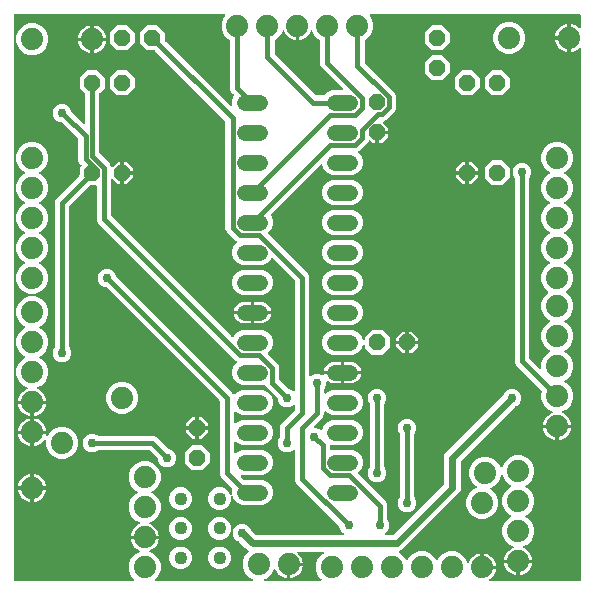
<source format=gbr>
G04 EAGLE Gerber RS-274X export*
G75*
%MOMM*%
%FSLAX34Y34*%
%LPD*%
%INBottom Copper*%
%IPPOS*%
%AMOC8*
5,1,8,0,0,1.08239X$1,22.5*%
G01*
%ADD10P,1.429621X8X22.500000*%
%ADD11P,1.429621X8X112.500000*%
%ADD12P,1.429621X8X292.500000*%
%ADD13P,1.429621X8X202.500000*%
%ADD14C,1.320800*%
%ADD15C,1.879600*%
%ADD16C,1.108000*%
%ADD17C,0.406400*%
%ADD18C,0.756400*%
%ADD19C,0.609600*%

G36*
X489098Y10164D02*
X489098Y10164D01*
X489117Y10162D01*
X489219Y10184D01*
X489321Y10200D01*
X489338Y10210D01*
X489358Y10214D01*
X489447Y10267D01*
X489538Y10316D01*
X489552Y10330D01*
X489569Y10340D01*
X489636Y10419D01*
X489708Y10494D01*
X489716Y10512D01*
X489729Y10527D01*
X489768Y10623D01*
X489811Y10717D01*
X489813Y10737D01*
X489821Y10755D01*
X489839Y10922D01*
X489839Y460958D01*
X489828Y461028D01*
X489826Y461100D01*
X489808Y461149D01*
X489800Y461200D01*
X489766Y461264D01*
X489741Y461331D01*
X489709Y461372D01*
X489684Y461418D01*
X489632Y461467D01*
X489588Y461523D01*
X489544Y461551D01*
X489506Y461587D01*
X489441Y461617D01*
X489381Y461656D01*
X489330Y461669D01*
X489283Y461691D01*
X489212Y461699D01*
X489142Y461716D01*
X489090Y461712D01*
X489039Y461718D01*
X488968Y461703D01*
X488897Y461697D01*
X488849Y461677D01*
X488798Y461666D01*
X488737Y461629D01*
X488671Y461601D01*
X488615Y461556D01*
X488587Y461539D01*
X488572Y461522D01*
X488540Y461496D01*
X487838Y460794D01*
X486317Y459689D01*
X484643Y458836D01*
X482856Y458255D01*
X481583Y458054D01*
X481583Y469138D01*
X481580Y469158D01*
X481582Y469177D01*
X481560Y469279D01*
X481543Y469381D01*
X481534Y469398D01*
X481530Y469418D01*
X481477Y469507D01*
X481428Y469598D01*
X481414Y469612D01*
X481404Y469629D01*
X481325Y469696D01*
X481250Y469767D01*
X481232Y469776D01*
X481217Y469789D01*
X481121Y469827D01*
X481027Y469871D01*
X481007Y469873D01*
X480989Y469881D01*
X480822Y469899D01*
X480059Y469899D01*
X480059Y469901D01*
X480822Y469901D01*
X480842Y469904D01*
X480861Y469902D01*
X480963Y469924D01*
X481065Y469941D01*
X481082Y469950D01*
X481102Y469954D01*
X481191Y470007D01*
X481282Y470056D01*
X481296Y470070D01*
X481313Y470080D01*
X481380Y470159D01*
X481451Y470234D01*
X481460Y470252D01*
X481473Y470267D01*
X481512Y470363D01*
X481555Y470457D01*
X481557Y470477D01*
X481565Y470495D01*
X481583Y470662D01*
X481583Y481746D01*
X482856Y481545D01*
X484643Y480964D01*
X486317Y480111D01*
X487838Y479006D01*
X488540Y478304D01*
X488598Y478262D01*
X488650Y478213D01*
X488697Y478191D01*
X488739Y478161D01*
X488808Y478140D01*
X488873Y478109D01*
X488925Y478104D01*
X488975Y478088D01*
X489046Y478090D01*
X489117Y478082D01*
X489168Y478093D01*
X489220Y478095D01*
X489288Y478119D01*
X489358Y478134D01*
X489403Y478161D01*
X489451Y478179D01*
X489507Y478224D01*
X489569Y478261D01*
X489603Y478300D01*
X489643Y478333D01*
X489682Y478393D01*
X489729Y478448D01*
X489748Y478496D01*
X489776Y478540D01*
X489794Y478609D01*
X489821Y478676D01*
X489829Y478747D01*
X489837Y478778D01*
X489835Y478802D01*
X489839Y478842D01*
X489839Y489078D01*
X489836Y489098D01*
X489838Y489117D01*
X489816Y489219D01*
X489800Y489321D01*
X489790Y489338D01*
X489786Y489358D01*
X489733Y489447D01*
X489684Y489538D01*
X489670Y489552D01*
X489660Y489569D01*
X489581Y489636D01*
X489506Y489708D01*
X489488Y489716D01*
X489473Y489729D01*
X489377Y489768D01*
X489283Y489811D01*
X489263Y489813D01*
X489245Y489821D01*
X489078Y489839D01*
X311898Y489839D01*
X311827Y489828D01*
X311755Y489826D01*
X311706Y489808D01*
X311655Y489800D01*
X311592Y489766D01*
X311524Y489741D01*
X311484Y489709D01*
X311438Y489684D01*
X311388Y489632D01*
X311332Y489588D01*
X311304Y489544D01*
X311268Y489506D01*
X311238Y489441D01*
X311199Y489381D01*
X311187Y489330D01*
X311165Y489283D01*
X311157Y489212D01*
X311139Y489142D01*
X311143Y489090D01*
X311137Y489039D01*
X311153Y488968D01*
X311158Y488897D01*
X311179Y488849D01*
X311190Y488798D01*
X311227Y488737D01*
X311255Y488671D01*
X311299Y488615D01*
X311316Y488587D01*
X311334Y488572D01*
X311359Y488540D01*
X312213Y487686D01*
X314263Y482738D01*
X314263Y477382D01*
X312213Y472434D01*
X308426Y468647D01*
X307367Y468208D01*
X307267Y468146D01*
X307167Y468087D01*
X307163Y468082D01*
X307158Y468078D01*
X307083Y467988D01*
X307007Y467900D01*
X307005Y467894D01*
X307001Y467889D01*
X306959Y467781D01*
X306915Y467671D01*
X306914Y467664D01*
X306913Y467659D01*
X306912Y467641D01*
X306897Y467505D01*
X306897Y449199D01*
X306911Y449109D01*
X306919Y449018D01*
X306931Y448988D01*
X306936Y448956D01*
X306979Y448876D01*
X307015Y448792D01*
X307041Y448760D01*
X307052Y448739D01*
X307075Y448717D01*
X307120Y448661D01*
X332829Y422952D01*
X333757Y420711D01*
X333757Y409869D01*
X332829Y407628D01*
X325162Y399961D01*
X322820Y398991D01*
X322781Y398967D01*
X322738Y398951D01*
X322677Y398903D01*
X322611Y398862D01*
X322581Y398826D01*
X322546Y398798D01*
X322504Y398732D01*
X322454Y398672D01*
X322438Y398629D01*
X322413Y398591D01*
X322394Y398515D01*
X322366Y398443D01*
X322364Y398397D01*
X322353Y398352D01*
X322359Y398275D01*
X322355Y398197D01*
X322368Y398153D01*
X322372Y398107D01*
X322402Y398035D01*
X322424Y397961D01*
X322450Y397923D01*
X322468Y397881D01*
X322553Y397774D01*
X322564Y397759D01*
X322568Y397756D01*
X322573Y397750D01*
X326645Y393678D01*
X326645Y391413D01*
X318262Y391413D01*
X318242Y391410D01*
X318223Y391412D01*
X318121Y391390D01*
X318019Y391373D01*
X318002Y391364D01*
X317982Y391360D01*
X317893Y391307D01*
X317802Y391258D01*
X317788Y391244D01*
X317771Y391234D01*
X317704Y391155D01*
X317633Y391080D01*
X317624Y391062D01*
X317611Y391047D01*
X317573Y390951D01*
X317529Y390857D01*
X317527Y390837D01*
X317519Y390819D01*
X317501Y390652D01*
X317501Y389889D01*
X316738Y389889D01*
X316718Y389886D01*
X316699Y389888D01*
X316597Y389866D01*
X316495Y389849D01*
X316478Y389840D01*
X316458Y389836D01*
X316369Y389783D01*
X316278Y389734D01*
X316264Y389720D01*
X316247Y389710D01*
X316180Y389631D01*
X316109Y389556D01*
X316100Y389538D01*
X316087Y389523D01*
X316048Y389427D01*
X316005Y389333D01*
X316003Y389313D01*
X315995Y389295D01*
X315977Y389128D01*
X315977Y380745D01*
X313712Y380745D01*
X311537Y382920D01*
X311500Y382947D01*
X311469Y382981D01*
X311401Y383018D01*
X311337Y383064D01*
X311294Y383077D01*
X311253Y383099D01*
X311177Y383113D01*
X311102Y383136D01*
X311057Y383135D01*
X311011Y383143D01*
X310934Y383132D01*
X310857Y383130D01*
X310813Y383114D01*
X310768Y383107D01*
X310699Y383072D01*
X310626Y383045D01*
X310590Y383017D01*
X310549Y382996D01*
X310494Y382940D01*
X310433Y382892D01*
X310409Y382853D01*
X310377Y382820D01*
X310311Y382700D01*
X310300Y382685D01*
X310299Y382680D01*
X310296Y382673D01*
X310033Y382038D01*
X302366Y374371D01*
X301548Y374033D01*
X301509Y374008D01*
X301466Y373993D01*
X301405Y373944D01*
X301339Y373903D01*
X301309Y373868D01*
X301274Y373839D01*
X301232Y373773D01*
X301182Y373713D01*
X301166Y373671D01*
X301141Y373632D01*
X301122Y373556D01*
X301094Y373484D01*
X301092Y373438D01*
X301081Y373393D01*
X301087Y373316D01*
X301083Y373238D01*
X301096Y373194D01*
X301100Y373148D01*
X301130Y373077D01*
X301152Y373002D01*
X301178Y372964D01*
X301196Y372922D01*
X301281Y372815D01*
X301292Y372800D01*
X301296Y372797D01*
X301301Y372791D01*
X303749Y370343D01*
X305373Y366422D01*
X305373Y362178D01*
X303749Y358257D01*
X300747Y355255D01*
X296826Y353631D01*
X279374Y353631D01*
X275453Y355255D01*
X272451Y358257D01*
X270787Y362276D01*
X270762Y362315D01*
X270747Y362358D01*
X270698Y362419D01*
X270657Y362485D01*
X270622Y362514D01*
X270593Y362550D01*
X270528Y362592D01*
X270468Y362642D01*
X270425Y362658D01*
X270386Y362683D01*
X270311Y362702D01*
X270238Y362730D01*
X270192Y362732D01*
X270148Y362743D01*
X270070Y362737D01*
X269992Y362740D01*
X269948Y362728D01*
X269902Y362724D01*
X269831Y362694D01*
X269756Y362672D01*
X269718Y362646D01*
X269676Y362628D01*
X269569Y362542D01*
X269554Y362532D01*
X269551Y362528D01*
X269545Y362523D01*
X227595Y320573D01*
X227584Y320557D01*
X227568Y320544D01*
X227512Y320457D01*
X227452Y320373D01*
X227446Y320354D01*
X227435Y320337D01*
X227410Y320237D01*
X227379Y320138D01*
X227380Y320118D01*
X227375Y320099D01*
X227383Y319996D01*
X227386Y319892D01*
X227393Y319874D01*
X227394Y319854D01*
X227435Y319759D01*
X227470Y319661D01*
X227483Y319646D01*
X227491Y319627D01*
X227539Y319567D01*
X229173Y315622D01*
X229173Y311378D01*
X227549Y307457D01*
X225381Y305290D01*
X225370Y305273D01*
X225354Y305261D01*
X225325Y305215D01*
X225303Y305193D01*
X225288Y305160D01*
X225238Y305090D01*
X225232Y305071D01*
X225221Y305054D01*
X225200Y304970D01*
X225200Y304969D01*
X225200Y304968D01*
X225196Y304954D01*
X225166Y304855D01*
X225166Y304835D01*
X225161Y304816D01*
X225169Y304713D01*
X225172Y304609D01*
X225179Y304590D01*
X225180Y304570D01*
X225221Y304476D01*
X225256Y304378D01*
X225269Y304362D01*
X225277Y304344D01*
X225381Y304213D01*
X257346Y272248D01*
X257347Y272248D01*
X259169Y270426D01*
X260097Y268185D01*
X260097Y184131D01*
X260108Y184061D01*
X260110Y183989D01*
X260128Y183940D01*
X260136Y183889D01*
X260170Y183825D01*
X260195Y183758D01*
X260227Y183717D01*
X260252Y183671D01*
X260304Y183622D01*
X260348Y183566D01*
X260392Y183538D01*
X260430Y183502D01*
X260495Y183472D01*
X260555Y183433D01*
X260606Y183420D01*
X260653Y183398D01*
X260724Y183390D01*
X260794Y183373D01*
X260846Y183377D01*
X260897Y183371D01*
X260968Y183387D01*
X261039Y183392D01*
X261087Y183412D01*
X261138Y183424D01*
X261199Y183460D01*
X261265Y183488D01*
X261321Y183533D01*
X261349Y183550D01*
X261364Y183567D01*
X261396Y183593D01*
X262255Y184452D01*
X265139Y185647D01*
X268261Y185647D01*
X271145Y184452D01*
X271161Y184436D01*
X271180Y184422D01*
X271194Y184404D01*
X271279Y184351D01*
X271361Y184292D01*
X271383Y184285D01*
X271402Y184273D01*
X271500Y184249D01*
X271596Y184220D01*
X271619Y184220D01*
X271641Y184215D01*
X271741Y184224D01*
X271842Y184226D01*
X271863Y184234D01*
X271887Y184236D01*
X271979Y184276D01*
X272073Y184311D01*
X272091Y184325D01*
X272112Y184334D01*
X272187Y184402D01*
X272265Y184464D01*
X272277Y184484D01*
X272295Y184499D01*
X272344Y184587D01*
X272398Y184671D01*
X272404Y184694D01*
X272415Y184714D01*
X272434Y184812D01*
X272458Y184910D01*
X272456Y184933D01*
X272461Y184955D01*
X272459Y184977D01*
X286577Y184977D01*
X286577Y177355D01*
X280595Y177355D01*
X278829Y177707D01*
X277164Y178396D01*
X275731Y179354D01*
X275622Y179403D01*
X275513Y179454D01*
X275510Y179454D01*
X275507Y179456D01*
X275387Y179468D01*
X275269Y179481D01*
X275265Y179480D01*
X275262Y179481D01*
X275146Y179454D01*
X275028Y179429D01*
X275025Y179427D01*
X275022Y179427D01*
X274920Y179364D01*
X274817Y179303D01*
X274815Y179300D01*
X274812Y179299D01*
X274735Y179207D01*
X274657Y179116D01*
X274656Y179113D01*
X274654Y179110D01*
X274610Y179000D01*
X274565Y178888D01*
X274565Y178884D01*
X274564Y178882D01*
X274563Y178871D01*
X274547Y178721D01*
X274547Y176239D01*
X273352Y173355D01*
X273020Y173023D01*
X272967Y172949D01*
X272907Y172879D01*
X272895Y172849D01*
X272876Y172823D01*
X272849Y172736D01*
X272815Y172651D01*
X272811Y172610D01*
X272804Y172588D01*
X272805Y172556D01*
X272797Y172484D01*
X272797Y169326D01*
X272808Y169256D01*
X272810Y169184D01*
X272828Y169135D01*
X272836Y169084D01*
X272870Y169020D01*
X272895Y168953D01*
X272927Y168912D01*
X272952Y168866D01*
X273004Y168817D01*
X273048Y168761D01*
X273092Y168733D01*
X273130Y168697D01*
X273195Y168667D01*
X273255Y168628D01*
X273306Y168615D01*
X273353Y168593D01*
X273424Y168585D01*
X273494Y168568D01*
X273546Y168572D01*
X273597Y168566D01*
X273668Y168581D01*
X273739Y168587D01*
X273787Y168607D01*
X273838Y168618D01*
X273899Y168655D01*
X273965Y168683D01*
X274021Y168728D01*
X274049Y168745D01*
X274064Y168762D01*
X274096Y168788D01*
X275453Y170145D01*
X279374Y171769D01*
X296826Y171769D01*
X300747Y170145D01*
X303749Y167143D01*
X305373Y163222D01*
X305373Y158978D01*
X303749Y155057D01*
X300747Y152055D01*
X296826Y150431D01*
X279374Y150431D01*
X275453Y152055D01*
X274096Y153412D01*
X274038Y153454D01*
X273986Y153503D01*
X273939Y153525D01*
X273897Y153555D01*
X273828Y153576D01*
X273763Y153607D01*
X273711Y153612D01*
X273661Y153628D01*
X273590Y153626D01*
X273519Y153634D01*
X273468Y153623D01*
X273416Y153621D01*
X273348Y153597D01*
X273278Y153582D01*
X273233Y153555D01*
X273185Y153537D01*
X273129Y153492D01*
X273067Y153455D01*
X273033Y153416D01*
X272993Y153383D01*
X272954Y153323D01*
X272907Y153268D01*
X272888Y153220D01*
X272860Y153176D01*
X272842Y153107D01*
X272815Y153040D01*
X272807Y152969D01*
X272799Y152938D01*
X272801Y152915D01*
X272797Y152874D01*
X272797Y151187D01*
X271869Y148946D01*
X264148Y141226D01*
X264106Y141168D01*
X264057Y141116D01*
X264035Y141069D01*
X264005Y141027D01*
X263984Y140958D01*
X263953Y140893D01*
X263948Y140841D01*
X263932Y140791D01*
X263934Y140720D01*
X263926Y140649D01*
X263937Y140598D01*
X263939Y140546D01*
X263963Y140478D01*
X263979Y140408D01*
X264005Y140363D01*
X264023Y140315D01*
X264068Y140259D01*
X264105Y140197D01*
X264144Y140163D01*
X264177Y140123D01*
X264237Y140084D01*
X264292Y140037D01*
X264340Y140018D01*
X264384Y139990D01*
X264453Y139972D01*
X264520Y139945D01*
X264591Y139937D01*
X264622Y139929D01*
X264646Y139931D01*
X264687Y139927D01*
X265721Y139927D01*
X268605Y138732D01*
X269637Y137700D01*
X269675Y137673D01*
X269706Y137639D01*
X269774Y137602D01*
X269837Y137556D01*
X269881Y137543D01*
X269921Y137521D01*
X269998Y137507D01*
X270072Y137484D01*
X270118Y137485D01*
X270163Y137477D01*
X270240Y137488D01*
X270318Y137490D01*
X270361Y137506D01*
X270406Y137513D01*
X270476Y137548D01*
X270549Y137575D01*
X270585Y137603D01*
X270626Y137624D01*
X270680Y137680D01*
X270741Y137728D01*
X270766Y137767D01*
X270798Y137800D01*
X270864Y137920D01*
X270874Y137935D01*
X270875Y137940D01*
X270879Y137947D01*
X272451Y141743D01*
X275453Y144745D01*
X279374Y146369D01*
X296826Y146369D01*
X300747Y144745D01*
X303749Y141743D01*
X305373Y137822D01*
X305373Y133578D01*
X303749Y129657D01*
X300747Y126655D01*
X296826Y125031D01*
X279374Y125031D01*
X278485Y125399D01*
X278441Y125410D01*
X278399Y125429D01*
X278322Y125438D01*
X278246Y125455D01*
X278200Y125451D01*
X278155Y125456D01*
X278078Y125440D01*
X278001Y125432D01*
X277959Y125414D01*
X277914Y125404D01*
X277847Y125364D01*
X277776Y125332D01*
X277742Y125301D01*
X277703Y125278D01*
X277652Y125219D01*
X277595Y125166D01*
X277573Y125126D01*
X277543Y125091D01*
X277514Y125019D01*
X277477Y124950D01*
X277468Y124905D01*
X277451Y124863D01*
X277436Y124727D01*
X277433Y124708D01*
X277434Y124703D01*
X277433Y124696D01*
X277433Y121304D01*
X277440Y121259D01*
X277438Y121213D01*
X277460Y121138D01*
X277472Y121061D01*
X277494Y121021D01*
X277507Y120977D01*
X277551Y120913D01*
X277588Y120844D01*
X277621Y120812D01*
X277647Y120775D01*
X277710Y120728D01*
X277766Y120674D01*
X277808Y120655D01*
X277844Y120628D01*
X277918Y120604D01*
X277989Y120571D01*
X278035Y120566D01*
X278078Y120552D01*
X278156Y120552D01*
X278233Y120544D01*
X278278Y120554D01*
X278324Y120554D01*
X278456Y120592D01*
X278474Y120596D01*
X278478Y120599D01*
X278485Y120601D01*
X279374Y120969D01*
X296826Y120969D01*
X300747Y119345D01*
X303749Y116343D01*
X305373Y112422D01*
X305373Y108178D01*
X303749Y104257D01*
X301581Y102090D01*
X301570Y102073D01*
X301554Y102061D01*
X301498Y101974D01*
X301438Y101890D01*
X301432Y101871D01*
X301421Y101854D01*
X301396Y101754D01*
X301366Y101655D01*
X301366Y101635D01*
X301361Y101616D01*
X301369Y101513D01*
X301372Y101409D01*
X301379Y101390D01*
X301380Y101370D01*
X301421Y101276D01*
X301456Y101178D01*
X301469Y101162D01*
X301477Y101144D01*
X301581Y101013D01*
X323386Y79208D01*
X323387Y79208D01*
X325209Y77386D01*
X326137Y75145D01*
X326137Y62466D01*
X326151Y62375D01*
X326159Y62285D01*
X326171Y62255D01*
X326176Y62223D01*
X326219Y62142D01*
X326255Y62058D01*
X326281Y62026D01*
X326292Y62005D01*
X326315Y61983D01*
X326360Y61927D01*
X326692Y61595D01*
X327887Y58711D01*
X327887Y55589D01*
X326692Y52705D01*
X324485Y50498D01*
X324459Y50487D01*
X324376Y50436D01*
X324290Y50390D01*
X324272Y50372D01*
X324250Y50358D01*
X324188Y50283D01*
X324121Y50212D01*
X324110Y50188D01*
X324093Y50168D01*
X324058Y50077D01*
X324017Y49989D01*
X324015Y49963D01*
X324005Y49939D01*
X324001Y49841D01*
X323990Y49745D01*
X323996Y49719D01*
X323995Y49693D01*
X324022Y49599D01*
X324043Y49504D01*
X324056Y49482D01*
X324063Y49457D01*
X324119Y49377D01*
X324169Y49293D01*
X324189Y49276D01*
X324203Y49255D01*
X324282Y49197D01*
X324356Y49133D01*
X324380Y49123D01*
X324401Y49108D01*
X324493Y49078D01*
X324584Y49041D01*
X324616Y49038D01*
X324635Y49032D01*
X324668Y49032D01*
X324751Y49023D01*
X330748Y49023D01*
X330839Y49037D01*
X330929Y49045D01*
X330959Y49057D01*
X330991Y49062D01*
X331072Y49105D01*
X331156Y49141D01*
X331188Y49167D01*
X331209Y49178D01*
X331231Y49201D01*
X331287Y49246D01*
X373664Y91623D01*
X373717Y91697D01*
X373777Y91767D01*
X373789Y91797D01*
X373808Y91823D01*
X373835Y91910D01*
X373869Y91995D01*
X373873Y92036D01*
X373880Y92058D01*
X373879Y92090D01*
X373887Y92162D01*
X373887Y115715D01*
X374970Y118329D01*
X377078Y120437D01*
X424307Y167666D01*
X424345Y167719D01*
X424391Y167766D01*
X424431Y167839D01*
X424450Y167865D01*
X424456Y167884D01*
X424472Y167913D01*
X425148Y169545D01*
X427355Y171752D01*
X430239Y172947D01*
X433361Y172947D01*
X436245Y171752D01*
X438452Y169545D01*
X439647Y166661D01*
X439647Y163539D01*
X438452Y160655D01*
X436245Y158448D01*
X434613Y157772D01*
X434557Y157737D01*
X434497Y157712D01*
X434432Y157660D01*
X434404Y157642D01*
X434391Y157627D01*
X434366Y157607D01*
X388336Y111577D01*
X388283Y111503D01*
X388223Y111433D01*
X388211Y111403D01*
X388192Y111377D01*
X388165Y111290D01*
X388131Y111205D01*
X388127Y111164D01*
X388120Y111142D01*
X388121Y111110D01*
X388113Y111038D01*
X388113Y87485D01*
X387030Y84871D01*
X338039Y35880D01*
X336063Y35061D01*
X336002Y35024D01*
X335936Y34995D01*
X335898Y34959D01*
X335854Y34932D01*
X335808Y34877D01*
X335755Y34828D01*
X335730Y34783D01*
X335697Y34742D01*
X335671Y34675D01*
X335636Y34613D01*
X335627Y34561D01*
X335609Y34513D01*
X335606Y34441D01*
X335593Y34371D01*
X335600Y34319D01*
X335598Y34267D01*
X335618Y34198D01*
X335629Y34127D01*
X335652Y34081D01*
X335667Y34031D01*
X335708Y33972D01*
X335740Y33908D01*
X335777Y33872D01*
X335807Y33829D01*
X335864Y33786D01*
X335916Y33736D01*
X335978Y33701D01*
X336004Y33682D01*
X336027Y33675D01*
X336063Y33655D01*
X337636Y33003D01*
X341423Y29216D01*
X342007Y27807D01*
X342044Y27746D01*
X342074Y27681D01*
X342109Y27642D01*
X342136Y27598D01*
X342192Y27552D01*
X342240Y27500D01*
X342286Y27475D01*
X342326Y27441D01*
X342393Y27416D01*
X342456Y27381D01*
X342507Y27372D01*
X342555Y27353D01*
X342627Y27350D01*
X342698Y27337D01*
X342749Y27345D01*
X342801Y27343D01*
X342870Y27363D01*
X342941Y27373D01*
X342987Y27397D01*
X343037Y27411D01*
X343096Y27452D01*
X343160Y27485D01*
X343197Y27522D01*
X343239Y27552D01*
X343282Y27609D01*
X343332Y27660D01*
X343367Y27723D01*
X343386Y27749D01*
X343393Y27771D01*
X343413Y27807D01*
X343997Y29216D01*
X347784Y33003D01*
X352732Y35053D01*
X358088Y35053D01*
X363036Y33003D01*
X366823Y29216D01*
X367407Y27807D01*
X367444Y27746D01*
X367474Y27681D01*
X367509Y27642D01*
X367536Y27598D01*
X367592Y27552D01*
X367640Y27500D01*
X367686Y27475D01*
X367726Y27441D01*
X367793Y27416D01*
X367856Y27381D01*
X367907Y27372D01*
X367955Y27353D01*
X368027Y27350D01*
X368098Y27337D01*
X368149Y27345D01*
X368201Y27343D01*
X368270Y27363D01*
X368341Y27373D01*
X368387Y27397D01*
X368437Y27411D01*
X368496Y27452D01*
X368560Y27485D01*
X368597Y27522D01*
X368639Y27552D01*
X368682Y27609D01*
X368732Y27660D01*
X368767Y27723D01*
X368786Y27749D01*
X368793Y27771D01*
X368813Y27807D01*
X369397Y29216D01*
X373184Y33003D01*
X378132Y35053D01*
X383488Y35053D01*
X388436Y33003D01*
X392223Y29216D01*
X393626Y25830D01*
X393679Y25744D01*
X393727Y25655D01*
X393744Y25640D01*
X393755Y25621D01*
X393833Y25557D01*
X393907Y25488D01*
X393928Y25479D01*
X393945Y25464D01*
X394039Y25428D01*
X394132Y25386D01*
X394154Y25384D01*
X394174Y25376D01*
X394275Y25372D01*
X394376Y25362D01*
X394398Y25367D01*
X394420Y25366D01*
X394517Y25394D01*
X394616Y25417D01*
X394635Y25428D01*
X394656Y25434D01*
X394739Y25492D01*
X394826Y25545D01*
X394840Y25562D01*
X394858Y25575D01*
X394919Y25656D01*
X394984Y25734D01*
X394995Y25758D01*
X395005Y25772D01*
X395015Y25803D01*
X395053Y25886D01*
X395146Y26173D01*
X395999Y27847D01*
X397104Y29368D01*
X398432Y30696D01*
X399953Y31801D01*
X401627Y32654D01*
X403414Y33235D01*
X404687Y33436D01*
X404687Y22352D01*
X404690Y22332D01*
X404688Y22313D01*
X404710Y22211D01*
X404727Y22109D01*
X404736Y22092D01*
X404740Y22072D01*
X404793Y21983D01*
X404842Y21892D01*
X404856Y21878D01*
X404866Y21861D01*
X404945Y21794D01*
X405020Y21723D01*
X405038Y21714D01*
X405053Y21701D01*
X405149Y21663D01*
X405243Y21619D01*
X405263Y21617D01*
X405281Y21609D01*
X405448Y21591D01*
X406211Y21591D01*
X406211Y20828D01*
X406214Y20808D01*
X406212Y20789D01*
X406234Y20687D01*
X406251Y20585D01*
X406260Y20568D01*
X406264Y20548D01*
X406317Y20459D01*
X406366Y20368D01*
X406380Y20354D01*
X406390Y20337D01*
X406469Y20270D01*
X406544Y20199D01*
X406562Y20190D01*
X406577Y20177D01*
X406673Y20138D01*
X406767Y20095D01*
X406787Y20093D01*
X406805Y20085D01*
X406972Y20067D01*
X418056Y20067D01*
X417855Y18794D01*
X417274Y17007D01*
X416421Y15333D01*
X415316Y13812D01*
X413988Y12484D01*
X412686Y11538D01*
X412680Y11532D01*
X412673Y11528D01*
X412594Y11445D01*
X412513Y11363D01*
X412509Y11356D01*
X412504Y11350D01*
X412455Y11246D01*
X412405Y11142D01*
X412403Y11134D01*
X412400Y11127D01*
X412387Y11013D01*
X412372Y10898D01*
X412374Y10890D01*
X412373Y10883D01*
X412397Y10770D01*
X412420Y10657D01*
X412424Y10650D01*
X412425Y10642D01*
X412484Y10544D01*
X412541Y10443D01*
X412547Y10438D01*
X412551Y10431D01*
X412639Y10356D01*
X412725Y10279D01*
X412732Y10276D01*
X412738Y10271D01*
X412846Y10228D01*
X412951Y10183D01*
X412959Y10182D01*
X412967Y10179D01*
X413133Y10161D01*
X489078Y10161D01*
X489098Y10164D01*
G37*
G36*
X111273Y10172D02*
X111273Y10172D01*
X111345Y10174D01*
X111394Y10192D01*
X111445Y10200D01*
X111508Y10234D01*
X111576Y10259D01*
X111616Y10291D01*
X111662Y10316D01*
X111712Y10368D01*
X111768Y10412D01*
X111796Y10456D01*
X111832Y10494D01*
X111862Y10559D01*
X111901Y10619D01*
X111913Y10670D01*
X111935Y10717D01*
X111943Y10788D01*
X111961Y10858D01*
X111957Y10910D01*
X111963Y10961D01*
X111947Y11032D01*
X111942Y11103D01*
X111921Y11151D01*
X111910Y11202D01*
X111873Y11263D01*
X111845Y11329D01*
X111801Y11385D01*
X111784Y11413D01*
X111766Y11428D01*
X111741Y11460D01*
X109237Y13964D01*
X107187Y18912D01*
X107187Y24268D01*
X109237Y29216D01*
X113024Y33003D01*
X116410Y34406D01*
X116496Y34459D01*
X116585Y34507D01*
X116600Y34524D01*
X116619Y34535D01*
X116683Y34613D01*
X116752Y34687D01*
X116761Y34708D01*
X116776Y34725D01*
X116812Y34819D01*
X116854Y34912D01*
X116856Y34934D01*
X116864Y34954D01*
X116868Y35055D01*
X116878Y35156D01*
X116873Y35178D01*
X116874Y35200D01*
X116846Y35297D01*
X116823Y35396D01*
X116812Y35415D01*
X116806Y35436D01*
X116748Y35519D01*
X116695Y35606D01*
X116678Y35620D01*
X116665Y35638D01*
X116584Y35699D01*
X116506Y35764D01*
X116482Y35775D01*
X116468Y35785D01*
X116437Y35795D01*
X116354Y35833D01*
X116067Y35926D01*
X114393Y36779D01*
X112872Y37884D01*
X111544Y39212D01*
X110439Y40733D01*
X109586Y42407D01*
X109005Y44194D01*
X108804Y45467D01*
X119888Y45467D01*
X119908Y45470D01*
X119927Y45468D01*
X120029Y45490D01*
X120131Y45507D01*
X120148Y45516D01*
X120168Y45520D01*
X120257Y45573D01*
X120348Y45622D01*
X120362Y45636D01*
X120379Y45646D01*
X120446Y45725D01*
X120517Y45800D01*
X120526Y45818D01*
X120539Y45833D01*
X120577Y45929D01*
X120621Y46023D01*
X120623Y46043D01*
X120631Y46061D01*
X120649Y46228D01*
X120649Y47752D01*
X120646Y47772D01*
X120648Y47791D01*
X120626Y47893D01*
X120609Y47995D01*
X120600Y48012D01*
X120596Y48032D01*
X120543Y48121D01*
X120494Y48212D01*
X120480Y48226D01*
X120470Y48243D01*
X120391Y48310D01*
X120316Y48381D01*
X120298Y48390D01*
X120283Y48403D01*
X120187Y48442D01*
X120093Y48485D01*
X120073Y48487D01*
X120055Y48495D01*
X119888Y48513D01*
X108804Y48513D01*
X109005Y49786D01*
X109586Y51573D01*
X110439Y53247D01*
X111544Y54768D01*
X112872Y56096D01*
X114393Y57201D01*
X116067Y58054D01*
X116354Y58147D01*
X116444Y58194D01*
X116536Y58235D01*
X116552Y58250D01*
X116572Y58260D01*
X116643Y58333D01*
X116717Y58401D01*
X116728Y58421D01*
X116743Y58437D01*
X116787Y58528D01*
X116836Y58617D01*
X116840Y58639D01*
X116849Y58659D01*
X116862Y58759D01*
X116880Y58859D01*
X116876Y58881D01*
X116879Y58903D01*
X116859Y59002D01*
X116844Y59102D01*
X116834Y59122D01*
X116829Y59144D01*
X116778Y59231D01*
X116732Y59321D01*
X116716Y59337D01*
X116705Y59356D01*
X116629Y59423D01*
X116557Y59494D01*
X116533Y59507D01*
X116520Y59518D01*
X116493Y59529D01*
X116490Y59532D01*
X116481Y59535D01*
X116410Y59574D01*
X113024Y60977D01*
X109237Y64764D01*
X107187Y69712D01*
X107187Y75068D01*
X109237Y80016D01*
X113024Y83803D01*
X114433Y84387D01*
X114494Y84425D01*
X114559Y84454D01*
X114598Y84489D01*
X114642Y84516D01*
X114688Y84572D01*
X114740Y84620D01*
X114765Y84666D01*
X114799Y84706D01*
X114824Y84773D01*
X114859Y84836D01*
X114868Y84887D01*
X114887Y84935D01*
X114890Y85007D01*
X114903Y85078D01*
X114895Y85129D01*
X114897Y85181D01*
X114877Y85250D01*
X114867Y85321D01*
X114843Y85367D01*
X114829Y85417D01*
X114788Y85476D01*
X114755Y85540D01*
X114718Y85577D01*
X114688Y85619D01*
X114631Y85662D01*
X114580Y85712D01*
X114517Y85747D01*
X114491Y85766D01*
X114469Y85773D01*
X114433Y85793D01*
X113024Y86377D01*
X109237Y90164D01*
X107187Y95112D01*
X107187Y100468D01*
X109237Y105416D01*
X113024Y109203D01*
X117972Y111253D01*
X123328Y111253D01*
X128276Y109203D01*
X132063Y105416D01*
X134113Y100468D01*
X134113Y95112D01*
X132063Y90164D01*
X128276Y86377D01*
X126867Y85793D01*
X126806Y85756D01*
X126741Y85726D01*
X126702Y85691D01*
X126658Y85664D01*
X126612Y85608D01*
X126560Y85560D01*
X126535Y85514D01*
X126501Y85474D01*
X126476Y85407D01*
X126441Y85344D01*
X126432Y85293D01*
X126413Y85245D01*
X126410Y85173D01*
X126397Y85102D01*
X126405Y85051D01*
X126403Y84999D01*
X126423Y84930D01*
X126433Y84859D01*
X126457Y84813D01*
X126471Y84763D01*
X126512Y84704D01*
X126545Y84640D01*
X126582Y84603D01*
X126612Y84561D01*
X126669Y84518D01*
X126720Y84468D01*
X126783Y84433D01*
X126809Y84414D01*
X126831Y84407D01*
X126867Y84387D01*
X128276Y83803D01*
X132063Y80016D01*
X134113Y75068D01*
X134113Y69712D01*
X132063Y64764D01*
X128276Y60977D01*
X124890Y59574D01*
X124804Y59521D01*
X124715Y59473D01*
X124700Y59456D01*
X124681Y59445D01*
X124617Y59367D01*
X124548Y59293D01*
X124539Y59272D01*
X124524Y59255D01*
X124488Y59161D01*
X124446Y59068D01*
X124444Y59046D01*
X124436Y59026D01*
X124432Y58925D01*
X124422Y58824D01*
X124427Y58802D01*
X124426Y58780D01*
X124454Y58683D01*
X124477Y58584D01*
X124488Y58565D01*
X124494Y58544D01*
X124552Y58461D01*
X124605Y58374D01*
X124622Y58360D01*
X124635Y58342D01*
X124716Y58281D01*
X124794Y58216D01*
X124818Y58205D01*
X124832Y58195D01*
X124863Y58185D01*
X124946Y58147D01*
X125233Y58054D01*
X126907Y57201D01*
X128428Y56096D01*
X129756Y54768D01*
X130861Y53247D01*
X131714Y51573D01*
X132295Y49786D01*
X132496Y48513D01*
X121412Y48513D01*
X121392Y48510D01*
X121373Y48512D01*
X121271Y48490D01*
X121169Y48473D01*
X121152Y48464D01*
X121132Y48460D01*
X121043Y48407D01*
X120952Y48358D01*
X120938Y48344D01*
X120921Y48334D01*
X120854Y48255D01*
X120783Y48180D01*
X120774Y48162D01*
X120761Y48147D01*
X120723Y48051D01*
X120679Y47957D01*
X120677Y47937D01*
X120669Y47919D01*
X120651Y47752D01*
X120651Y46228D01*
X120654Y46208D01*
X120652Y46189D01*
X120674Y46087D01*
X120691Y45985D01*
X120700Y45968D01*
X120704Y45948D01*
X120757Y45859D01*
X120806Y45768D01*
X120820Y45754D01*
X120830Y45737D01*
X120909Y45670D01*
X120984Y45599D01*
X121002Y45590D01*
X121017Y45577D01*
X121113Y45538D01*
X121207Y45495D01*
X121227Y45493D01*
X121245Y45485D01*
X121412Y45467D01*
X132496Y45467D01*
X132295Y44194D01*
X131714Y42407D01*
X130861Y40733D01*
X129756Y39212D01*
X128428Y37884D01*
X126907Y36779D01*
X125233Y35926D01*
X124946Y35833D01*
X124856Y35786D01*
X124764Y35745D01*
X124748Y35730D01*
X124728Y35720D01*
X124657Y35647D01*
X124583Y35579D01*
X124572Y35559D01*
X124557Y35543D01*
X124513Y35452D01*
X124464Y35363D01*
X124460Y35341D01*
X124451Y35321D01*
X124438Y35221D01*
X124420Y35121D01*
X124424Y35099D01*
X124421Y35077D01*
X124441Y34978D01*
X124456Y34878D01*
X124466Y34858D01*
X124471Y34836D01*
X124522Y34749D01*
X124568Y34659D01*
X124584Y34643D01*
X124595Y34624D01*
X124671Y34557D01*
X124743Y34486D01*
X124767Y34473D01*
X124780Y34462D01*
X124810Y34450D01*
X124890Y34406D01*
X128276Y33003D01*
X132063Y29216D01*
X134113Y24268D01*
X134113Y18912D01*
X132063Y13964D01*
X129559Y11460D01*
X129518Y11402D01*
X129468Y11350D01*
X129446Y11303D01*
X129416Y11261D01*
X129395Y11192D01*
X129365Y11127D01*
X129359Y11075D01*
X129344Y11025D01*
X129345Y10954D01*
X129337Y10883D01*
X129349Y10832D01*
X129350Y10780D01*
X129375Y10712D01*
X129390Y10642D01*
X129416Y10597D01*
X129434Y10549D01*
X129479Y10493D01*
X129516Y10431D01*
X129555Y10397D01*
X129588Y10357D01*
X129648Y10318D01*
X129703Y10271D01*
X129751Y10252D01*
X129795Y10224D01*
X129864Y10206D01*
X129931Y10179D01*
X130002Y10171D01*
X130033Y10163D01*
X130057Y10165D01*
X130098Y10161D01*
X211888Y10161D01*
X211984Y10176D01*
X212081Y10186D01*
X212105Y10196D01*
X212131Y10200D01*
X212217Y10246D01*
X212306Y10286D01*
X212325Y10303D01*
X212348Y10316D01*
X212415Y10386D01*
X212487Y10452D01*
X212499Y10475D01*
X212517Y10494D01*
X212558Y10582D01*
X212605Y10668D01*
X212610Y10693D01*
X212621Y10717D01*
X212632Y10814D01*
X212649Y10910D01*
X212645Y10936D01*
X212648Y10961D01*
X212628Y11057D01*
X212613Y11153D01*
X212602Y11176D01*
X212596Y11202D01*
X212546Y11285D01*
X212502Y11372D01*
X212483Y11391D01*
X212470Y11413D01*
X212396Y11476D01*
X212326Y11544D01*
X212298Y11560D01*
X212283Y11573D01*
X212252Y11585D01*
X212179Y11625D01*
X209544Y12717D01*
X205757Y16504D01*
X203707Y21452D01*
X203707Y26808D01*
X205757Y31756D01*
X208542Y34541D01*
X208569Y34579D01*
X208603Y34610D01*
X208640Y34678D01*
X208686Y34741D01*
X208699Y34785D01*
X208721Y34825D01*
X208735Y34902D01*
X208758Y34976D01*
X208757Y35022D01*
X208765Y35067D01*
X208754Y35144D01*
X208752Y35222D01*
X208736Y35265D01*
X208729Y35311D01*
X208694Y35380D01*
X208667Y35453D01*
X208639Y35489D01*
X208618Y35530D01*
X208562Y35584D01*
X208514Y35645D01*
X208475Y35670D01*
X208442Y35702D01*
X208322Y35768D01*
X208307Y35778D01*
X208302Y35779D01*
X208295Y35783D01*
X208061Y35880D01*
X205953Y37988D01*
X200634Y43307D01*
X200581Y43345D01*
X200534Y43391D01*
X200461Y43431D01*
X200435Y43450D01*
X200416Y43456D01*
X200387Y43472D01*
X198755Y44148D01*
X196548Y46355D01*
X195353Y49239D01*
X195353Y52361D01*
X196548Y55245D01*
X198755Y57452D01*
X201639Y58647D01*
X204761Y58647D01*
X207645Y57452D01*
X209852Y55245D01*
X210528Y53613D01*
X210563Y53557D01*
X210588Y53497D01*
X210640Y53432D01*
X210658Y53404D01*
X210673Y53391D01*
X210693Y53366D01*
X214813Y49246D01*
X214887Y49193D01*
X214957Y49133D01*
X214987Y49121D01*
X215013Y49102D01*
X215100Y49075D01*
X215185Y49041D01*
X215226Y49037D01*
X215248Y49030D01*
X215280Y49031D01*
X215352Y49023D01*
X288659Y49023D01*
X288756Y49038D01*
X288853Y49048D01*
X288876Y49058D01*
X288902Y49062D01*
X288988Y49108D01*
X289077Y49148D01*
X289097Y49165D01*
X289120Y49178D01*
X289187Y49248D01*
X289258Y49314D01*
X289271Y49337D01*
X289289Y49356D01*
X289330Y49444D01*
X289377Y49530D01*
X289382Y49555D01*
X289393Y49579D01*
X289403Y49676D01*
X289421Y49772D01*
X289417Y49798D01*
X289420Y49823D01*
X289399Y49919D01*
X289385Y50015D01*
X289373Y50038D01*
X289367Y50064D01*
X289317Y50148D01*
X289273Y50234D01*
X289255Y50253D01*
X289241Y50275D01*
X289167Y50338D01*
X289098Y50406D01*
X289069Y50422D01*
X289054Y50435D01*
X289024Y50447D01*
X288951Y50487D01*
X288925Y50498D01*
X286718Y52705D01*
X285523Y55589D01*
X285523Y56059D01*
X285509Y56149D01*
X285501Y56240D01*
X285489Y56270D01*
X285484Y56302D01*
X285441Y56383D01*
X285405Y56467D01*
X285379Y56499D01*
X285368Y56519D01*
X285345Y56542D01*
X285300Y56598D01*
X248831Y93066D01*
X247903Y95307D01*
X247903Y120669D01*
X247892Y120739D01*
X247890Y120811D01*
X247872Y120860D01*
X247864Y120911D01*
X247830Y120975D01*
X247805Y121042D01*
X247773Y121083D01*
X247748Y121129D01*
X247696Y121178D01*
X247652Y121234D01*
X247608Y121262D01*
X247570Y121298D01*
X247505Y121328D01*
X247445Y121367D01*
X247394Y121380D01*
X247347Y121402D01*
X247276Y121410D01*
X247206Y121427D01*
X247154Y121423D01*
X247103Y121429D01*
X247032Y121413D01*
X246961Y121408D01*
X246913Y121388D01*
X246862Y121376D01*
X246801Y121340D01*
X246735Y121312D01*
X246679Y121267D01*
X246651Y121250D01*
X246636Y121233D01*
X246604Y121207D01*
X245745Y120348D01*
X242861Y119153D01*
X239739Y119153D01*
X236855Y120348D01*
X234648Y122555D01*
X233453Y125439D01*
X233453Y128561D01*
X234648Y131445D01*
X234980Y131777D01*
X235034Y131851D01*
X235093Y131921D01*
X235105Y131951D01*
X235124Y131977D01*
X235151Y132064D01*
X235185Y132149D01*
X235189Y132190D01*
X235196Y132212D01*
X235195Y132244D01*
X235203Y132316D01*
X235203Y140913D01*
X236131Y143154D01*
X247680Y154702D01*
X247733Y154776D01*
X247793Y154846D01*
X247805Y154876D01*
X247824Y154902D01*
X247851Y154989D01*
X247885Y155074D01*
X247889Y155115D01*
X247896Y155137D01*
X247895Y155169D01*
X247903Y155241D01*
X247903Y158769D01*
X247892Y158839D01*
X247890Y158911D01*
X247872Y158960D01*
X247864Y159011D01*
X247830Y159075D01*
X247805Y159142D01*
X247773Y159183D01*
X247748Y159229D01*
X247696Y159278D01*
X247652Y159334D01*
X247608Y159362D01*
X247570Y159398D01*
X247505Y159428D01*
X247445Y159467D01*
X247394Y159480D01*
X247347Y159502D01*
X247276Y159510D01*
X247206Y159527D01*
X247154Y159523D01*
X247103Y159529D01*
X247032Y159513D01*
X246961Y159508D01*
X246913Y159488D01*
X246862Y159476D01*
X246801Y159440D01*
X246735Y159412D01*
X246679Y159367D01*
X246651Y159350D01*
X246636Y159333D01*
X246604Y159307D01*
X245745Y158448D01*
X242861Y157253D01*
X239739Y157253D01*
X236855Y158448D01*
X234648Y160655D01*
X233453Y163539D01*
X233453Y164009D01*
X233439Y164099D01*
X233431Y164190D01*
X233419Y164220D01*
X233414Y164252D01*
X233371Y164333D01*
X233335Y164417D01*
X233309Y164449D01*
X233298Y164469D01*
X233275Y164492D01*
X233230Y164548D01*
X223495Y174282D01*
X222819Y175916D01*
X222808Y175933D01*
X222803Y175952D01*
X222744Y176037D01*
X222689Y176125D01*
X222674Y176137D01*
X222663Y176154D01*
X222580Y176215D01*
X222500Y176281D01*
X222481Y176289D01*
X222465Y176301D01*
X222367Y176333D01*
X222270Y176370D01*
X222250Y176371D01*
X222231Y176377D01*
X222128Y176376D01*
X222025Y176380D01*
X222005Y176375D01*
X221985Y176374D01*
X221824Y176328D01*
X220626Y175831D01*
X203174Y175831D01*
X199253Y177455D01*
X196251Y180457D01*
X194627Y184378D01*
X194627Y188622D01*
X196251Y192543D01*
X198699Y194991D01*
X198726Y195028D01*
X198760Y195059D01*
X198797Y195128D01*
X198843Y195191D01*
X198856Y195235D01*
X198878Y195275D01*
X198892Y195351D01*
X198915Y195426D01*
X198914Y195472D01*
X198922Y195517D01*
X198911Y195594D01*
X198909Y195672D01*
X198893Y195715D01*
X198886Y195760D01*
X198851Y195830D01*
X198824Y195903D01*
X198796Y195938D01*
X198775Y195979D01*
X198719Y196034D01*
X198670Y196095D01*
X198632Y196120D01*
X198599Y196152D01*
X198479Y196218D01*
X198464Y196228D01*
X198459Y196229D01*
X198452Y196233D01*
X197634Y196571D01*
X81191Y313014D01*
X80263Y315255D01*
X80263Y344170D01*
X80260Y344190D01*
X80262Y344209D01*
X80240Y344311D01*
X80224Y344413D01*
X80214Y344430D01*
X80210Y344450D01*
X80157Y344539D01*
X80108Y344630D01*
X80094Y344644D01*
X80084Y344661D01*
X80005Y344728D01*
X79930Y344800D01*
X79912Y344808D01*
X79897Y344821D01*
X79801Y344860D01*
X79707Y344903D01*
X79687Y344905D01*
X79669Y344913D01*
X79502Y344931D01*
X74469Y344931D01*
X74379Y344917D01*
X74288Y344909D01*
X74258Y344897D01*
X74226Y344892D01*
X74145Y344849D01*
X74061Y344813D01*
X74029Y344787D01*
X74009Y344776D01*
X73986Y344753D01*
X73930Y344708D01*
X57120Y327898D01*
X57067Y327824D01*
X57007Y327754D01*
X56995Y327724D01*
X56976Y327698D01*
X56949Y327611D01*
X56915Y327526D01*
X56911Y327485D01*
X56904Y327463D01*
X56905Y327431D01*
X56897Y327359D01*
X56897Y208516D01*
X56911Y208425D01*
X56919Y208335D01*
X56931Y208305D01*
X56936Y208273D01*
X56979Y208192D01*
X57015Y208108D01*
X57041Y208076D01*
X57052Y208055D01*
X57075Y208033D01*
X57120Y207977D01*
X57452Y207645D01*
X58647Y204761D01*
X58647Y201639D01*
X57452Y198755D01*
X55245Y196548D01*
X52361Y195353D01*
X49239Y195353D01*
X46355Y196548D01*
X44148Y198755D01*
X42953Y201639D01*
X42953Y204761D01*
X44148Y207645D01*
X44480Y207977D01*
X44533Y208051D01*
X44593Y208121D01*
X44605Y208151D01*
X44624Y208177D01*
X44651Y208264D01*
X44685Y208349D01*
X44689Y208390D01*
X44696Y208412D01*
X44695Y208444D01*
X44703Y208516D01*
X44703Y331413D01*
X45631Y333654D01*
X65308Y353330D01*
X65361Y353404D01*
X65421Y353474D01*
X65433Y353504D01*
X65452Y353530D01*
X65479Y353617D01*
X65513Y353702D01*
X65517Y353743D01*
X65524Y353765D01*
X65523Y353797D01*
X65531Y353869D01*
X65531Y360019D01*
X67040Y361527D01*
X67051Y361544D01*
X67067Y361556D01*
X67123Y361643D01*
X67183Y361727D01*
X67189Y361746D01*
X67200Y361763D01*
X67225Y361863D01*
X67256Y361962D01*
X67255Y361982D01*
X67260Y362002D01*
X67252Y362105D01*
X67249Y362208D01*
X67242Y362227D01*
X67241Y362247D01*
X67200Y362342D01*
X67165Y362439D01*
X67152Y362455D01*
X67144Y362473D01*
X67040Y362604D01*
X65443Y364200D01*
X64515Y366441D01*
X64515Y383747D01*
X64501Y383837D01*
X64493Y383928D01*
X64481Y383958D01*
X64476Y383990D01*
X64433Y384071D01*
X64397Y384155D01*
X64371Y384187D01*
X64360Y384207D01*
X64337Y384230D01*
X64292Y384286D01*
X50248Y398330D01*
X50174Y398383D01*
X50104Y398443D01*
X50074Y398455D01*
X50048Y398474D01*
X49961Y398501D01*
X49876Y398535D01*
X49835Y398539D01*
X49813Y398546D01*
X49781Y398545D01*
X49709Y398553D01*
X49239Y398553D01*
X46355Y399748D01*
X44148Y401955D01*
X42953Y404839D01*
X42953Y407961D01*
X44148Y410845D01*
X46355Y413052D01*
X49239Y414247D01*
X52361Y414247D01*
X55245Y413052D01*
X57452Y410845D01*
X58647Y407961D01*
X58647Y407491D01*
X58661Y407401D01*
X58669Y407310D01*
X58681Y407280D01*
X58686Y407248D01*
X58729Y407167D01*
X58765Y407083D01*
X58791Y407051D01*
X58802Y407031D01*
X58825Y407008D01*
X58870Y406952D01*
X68804Y397018D01*
X68862Y396976D01*
X68914Y396927D01*
X68961Y396905D01*
X69003Y396875D01*
X69072Y396854D01*
X69137Y396823D01*
X69189Y396818D01*
X69239Y396802D01*
X69310Y396804D01*
X69381Y396796D01*
X69432Y396807D01*
X69484Y396809D01*
X69552Y396833D01*
X69622Y396849D01*
X69667Y396875D01*
X69715Y396893D01*
X69771Y396938D01*
X69833Y396975D01*
X69867Y397014D01*
X69907Y397047D01*
X69946Y397107D01*
X69993Y397162D01*
X70012Y397210D01*
X70040Y397254D01*
X70058Y397323D01*
X70085Y397390D01*
X70093Y397461D01*
X70101Y397492D01*
X70099Y397516D01*
X70103Y397557D01*
X70103Y422494D01*
X70089Y422584D01*
X70081Y422675D01*
X70069Y422704D01*
X70064Y422736D01*
X70021Y422817D01*
X69985Y422901D01*
X69959Y422933D01*
X69948Y422954D01*
X69925Y422976D01*
X69880Y423032D01*
X65531Y427381D01*
X65531Y436219D01*
X71781Y442469D01*
X80619Y442469D01*
X86869Y436219D01*
X86869Y427381D01*
X82520Y423032D01*
X82467Y422958D01*
X82407Y422888D01*
X82395Y422858D01*
X82376Y422832D01*
X82349Y422745D01*
X82315Y422660D01*
X82311Y422619D01*
X82304Y422597D01*
X82305Y422565D01*
X82297Y422494D01*
X82297Y372809D01*
X82311Y372719D01*
X82319Y372628D01*
X82331Y372598D01*
X82336Y372566D01*
X82379Y372486D01*
X82415Y372402D01*
X82441Y372370D01*
X82452Y372349D01*
X82475Y372327D01*
X82520Y372271D01*
X91529Y363262D01*
X92499Y360920D01*
X92523Y360881D01*
X92539Y360838D01*
X92587Y360777D01*
X92628Y360711D01*
X92664Y360681D01*
X92692Y360646D01*
X92758Y360604D01*
X92818Y360554D01*
X92861Y360537D01*
X92899Y360513D01*
X92975Y360494D01*
X93047Y360466D01*
X93093Y360464D01*
X93138Y360453D01*
X93215Y360459D01*
X93293Y360455D01*
X93337Y360468D01*
X93383Y360472D01*
X93455Y360502D01*
X93529Y360524D01*
X93567Y360550D01*
X93609Y360568D01*
X93716Y360653D01*
X93731Y360664D01*
X93734Y360668D01*
X93740Y360673D01*
X97812Y364745D01*
X100077Y364745D01*
X100077Y356362D01*
X100080Y356342D01*
X100078Y356323D01*
X100100Y356221D01*
X100117Y356119D01*
X100126Y356102D01*
X100130Y356082D01*
X100183Y355993D01*
X100232Y355902D01*
X100246Y355888D01*
X100256Y355871D01*
X100335Y355804D01*
X100410Y355733D01*
X100428Y355724D01*
X100443Y355711D01*
X100539Y355673D01*
X100633Y355629D01*
X100653Y355627D01*
X100671Y355619D01*
X100838Y355601D01*
X101601Y355601D01*
X101601Y355599D01*
X100838Y355599D01*
X100818Y355596D01*
X100799Y355598D01*
X100697Y355576D01*
X100595Y355559D01*
X100578Y355550D01*
X100558Y355546D01*
X100469Y355493D01*
X100378Y355444D01*
X100364Y355430D01*
X100347Y355420D01*
X100280Y355341D01*
X100209Y355266D01*
X100200Y355248D01*
X100187Y355233D01*
X100148Y355137D01*
X100105Y355043D01*
X100103Y355023D01*
X100095Y355005D01*
X100077Y354838D01*
X100077Y346455D01*
X97812Y346455D01*
X93756Y350511D01*
X93698Y350553D01*
X93646Y350602D01*
X93599Y350624D01*
X93557Y350655D01*
X93488Y350676D01*
X93423Y350706D01*
X93371Y350712D01*
X93321Y350727D01*
X93250Y350725D01*
X93179Y350733D01*
X93128Y350722D01*
X93076Y350721D01*
X93008Y350696D01*
X92938Y350681D01*
X92893Y350654D01*
X92845Y350636D01*
X92789Y350591D01*
X92727Y350555D01*
X92693Y350515D01*
X92653Y350483D01*
X92614Y350422D01*
X92567Y350368D01*
X92548Y350319D01*
X92520Y350276D01*
X92502Y350206D01*
X92475Y350140D01*
X92467Y350068D01*
X92459Y350037D01*
X92461Y350014D01*
X92457Y349973D01*
X92457Y319308D01*
X92471Y319218D01*
X92479Y319127D01*
X92491Y319097D01*
X92496Y319065D01*
X92539Y318985D01*
X92575Y318901D01*
X92601Y318869D01*
X92612Y318848D01*
X92635Y318826D01*
X92680Y318770D01*
X194642Y216808D01*
X194679Y216781D01*
X194710Y216747D01*
X194778Y216710D01*
X194842Y216664D01*
X194885Y216651D01*
X194926Y216629D01*
X195002Y216615D01*
X195077Y216592D01*
X195123Y216593D01*
X195168Y216585D01*
X195245Y216596D01*
X195323Y216598D01*
X195366Y216614D01*
X195411Y216621D01*
X195480Y216656D01*
X195554Y216683D01*
X195589Y216711D01*
X195630Y216732D01*
X195685Y216788D01*
X195746Y216836D01*
X195770Y216875D01*
X195803Y216908D01*
X195869Y217028D01*
X195879Y217043D01*
X195880Y217048D01*
X195883Y217055D01*
X196251Y217943D01*
X199253Y220945D01*
X203174Y222569D01*
X220626Y222569D01*
X224547Y220945D01*
X227549Y217943D01*
X229173Y214022D01*
X229173Y209778D01*
X227549Y205857D01*
X225381Y203690D01*
X225370Y203673D01*
X225354Y203661D01*
X225298Y203574D01*
X225238Y203490D01*
X225232Y203471D01*
X225221Y203454D01*
X225196Y203354D01*
X225166Y203255D01*
X225166Y203235D01*
X225161Y203216D01*
X225169Y203113D01*
X225172Y203009D01*
X225179Y202990D01*
X225180Y202970D01*
X225221Y202876D01*
X225256Y202778D01*
X225269Y202762D01*
X225277Y202744D01*
X225381Y202613D01*
X233833Y194162D01*
X234761Y191921D01*
X234761Y180577D01*
X234775Y180487D01*
X234783Y180396D01*
X234795Y180366D01*
X234800Y180334D01*
X234843Y180253D01*
X234879Y180169D01*
X234905Y180137D01*
X234916Y180117D01*
X234939Y180094D01*
X234984Y180038D01*
X241852Y173170D01*
X241926Y173117D01*
X241996Y173057D01*
X242026Y173045D01*
X242052Y173026D01*
X242139Y172999D01*
X242224Y172965D01*
X242265Y172961D01*
X242287Y172954D01*
X242319Y172955D01*
X242391Y172947D01*
X242861Y172947D01*
X245745Y171752D01*
X246604Y170893D01*
X246662Y170851D01*
X246714Y170802D01*
X246761Y170780D01*
X246803Y170750D01*
X246872Y170729D01*
X246937Y170698D01*
X246989Y170693D01*
X247039Y170677D01*
X247110Y170679D01*
X247181Y170671D01*
X247232Y170682D01*
X247284Y170684D01*
X247352Y170708D01*
X247422Y170724D01*
X247467Y170750D01*
X247515Y170768D01*
X247571Y170813D01*
X247633Y170850D01*
X247667Y170889D01*
X247707Y170922D01*
X247746Y170982D01*
X247793Y171037D01*
X247812Y171085D01*
X247840Y171129D01*
X247858Y171198D01*
X247885Y171265D01*
X247893Y171336D01*
X247901Y171367D01*
X247899Y171391D01*
X247903Y171431D01*
X247903Y264132D01*
X247889Y264222D01*
X247881Y264313D01*
X247869Y264343D01*
X247864Y264375D01*
X247821Y264455D01*
X247785Y264539D01*
X247759Y264571D01*
X247748Y264592D01*
X247725Y264614D01*
X247680Y264670D01*
X229158Y283192D01*
X229121Y283219D01*
X229090Y283253D01*
X229022Y283290D01*
X228958Y283336D01*
X228915Y283349D01*
X228874Y283371D01*
X228798Y283385D01*
X228723Y283408D01*
X228677Y283407D01*
X228632Y283415D01*
X228555Y283404D01*
X228477Y283402D01*
X228434Y283386D01*
X228389Y283379D01*
X228320Y283344D01*
X228246Y283317D01*
X228211Y283289D01*
X228170Y283268D01*
X228115Y283212D01*
X228054Y283164D01*
X228030Y283125D01*
X227997Y283092D01*
X227931Y282972D01*
X227921Y282957D01*
X227920Y282952D01*
X227917Y282945D01*
X227549Y282057D01*
X224547Y279055D01*
X220626Y277431D01*
X203174Y277431D01*
X199253Y279055D01*
X196251Y282057D01*
X194627Y285978D01*
X194627Y290222D01*
X196251Y294143D01*
X198699Y296591D01*
X198726Y296628D01*
X198760Y296659D01*
X198797Y296728D01*
X198843Y296791D01*
X198856Y296835D01*
X198878Y296875D01*
X198892Y296951D01*
X198915Y297026D01*
X198914Y297072D01*
X198922Y297117D01*
X198911Y297194D01*
X198909Y297272D01*
X198893Y297315D01*
X198886Y297360D01*
X198851Y297430D01*
X198824Y297503D01*
X198796Y297538D01*
X198775Y297579D01*
X198719Y297634D01*
X198670Y297695D01*
X198632Y297720D01*
X198599Y297752D01*
X198479Y297818D01*
X198464Y297828D01*
X198459Y297829D01*
X198452Y297833D01*
X197634Y298171D01*
X195812Y299993D01*
X195812Y299994D01*
X191790Y304016D01*
X191789Y304016D01*
X189967Y305838D01*
X189039Y308079D01*
X189039Y398923D01*
X189025Y399013D01*
X189017Y399104D01*
X189005Y399134D01*
X189000Y399166D01*
X188957Y399247D01*
X188921Y399331D01*
X188895Y399363D01*
X188884Y399383D01*
X188861Y399406D01*
X188816Y399462D01*
X129270Y459008D01*
X129196Y459061D01*
X129126Y459121D01*
X129096Y459133D01*
X129070Y459152D01*
X128983Y459179D01*
X128898Y459213D01*
X128857Y459217D01*
X128835Y459224D01*
X128803Y459223D01*
X128731Y459231D01*
X122581Y459231D01*
X116331Y465481D01*
X116331Y474319D01*
X122581Y480569D01*
X131419Y480569D01*
X137669Y474319D01*
X137669Y468169D01*
X137683Y468078D01*
X137691Y467988D01*
X137703Y467958D01*
X137708Y467926D01*
X137751Y467845D01*
X137787Y467761D01*
X137813Y467729D01*
X137824Y467709D01*
X137847Y467686D01*
X137892Y467630D01*
X193394Y412128D01*
X193473Y412071D01*
X193548Y412009D01*
X193573Y412000D01*
X193594Y411984D01*
X193687Y411956D01*
X193778Y411921D01*
X193804Y411920D01*
X193829Y411912D01*
X193926Y411915D01*
X194024Y411910D01*
X194049Y411918D01*
X194075Y411918D01*
X194166Y411952D01*
X194260Y411979D01*
X194281Y411994D01*
X194306Y412003D01*
X194382Y412064D01*
X194462Y412119D01*
X194477Y412140D01*
X194498Y412157D01*
X194551Y412239D01*
X194609Y412317D01*
X194617Y412341D01*
X194631Y412363D01*
X194655Y412458D01*
X194685Y412551D01*
X194685Y412577D01*
X194691Y412602D01*
X194683Y412699D01*
X194682Y412797D01*
X194673Y412828D01*
X194672Y412847D01*
X194659Y412878D01*
X194636Y412958D01*
X194627Y412978D01*
X194627Y417222D01*
X196266Y421178D01*
X196288Y421213D01*
X196348Y421296D01*
X196354Y421315D01*
X196365Y421332D01*
X196390Y421433D01*
X196421Y421531D01*
X196420Y421551D01*
X196425Y421571D01*
X196417Y421674D01*
X196414Y421777D01*
X196407Y421796D01*
X196406Y421816D01*
X196366Y421911D01*
X196330Y422008D01*
X196317Y422024D01*
X196310Y422042D01*
X196205Y422173D01*
X195854Y422524D01*
X195853Y422524D01*
X194031Y424346D01*
X193103Y426587D01*
X193103Y467505D01*
X193084Y467619D01*
X193067Y467736D01*
X193065Y467741D01*
X193064Y467748D01*
X193009Y467850D01*
X192956Y467955D01*
X192951Y467959D01*
X192948Y467965D01*
X192864Y468045D01*
X192780Y468127D01*
X192774Y468131D01*
X192770Y468134D01*
X192753Y468142D01*
X192633Y468208D01*
X191574Y468647D01*
X187787Y472434D01*
X185737Y477382D01*
X185737Y482738D01*
X187787Y487686D01*
X188641Y488540D01*
X188682Y488598D01*
X188732Y488650D01*
X188754Y488697D01*
X188784Y488739D01*
X188805Y488808D01*
X188835Y488873D01*
X188841Y488925D01*
X188856Y488975D01*
X188855Y489046D01*
X188863Y489117D01*
X188851Y489168D01*
X188850Y489220D01*
X188825Y489288D01*
X188810Y489358D01*
X188784Y489403D01*
X188766Y489451D01*
X188721Y489507D01*
X188684Y489569D01*
X188645Y489603D01*
X188612Y489643D01*
X188552Y489682D01*
X188497Y489729D01*
X188449Y489748D01*
X188405Y489776D01*
X188336Y489794D01*
X188269Y489821D01*
X188198Y489829D01*
X188167Y489837D01*
X188143Y489835D01*
X188102Y489839D01*
X10922Y489839D01*
X10902Y489836D01*
X10883Y489838D01*
X10781Y489816D01*
X10679Y489800D01*
X10662Y489790D01*
X10642Y489786D01*
X10553Y489733D01*
X10462Y489684D01*
X10448Y489670D01*
X10431Y489660D01*
X10364Y489581D01*
X10292Y489506D01*
X10284Y489488D01*
X10271Y489473D01*
X10232Y489377D01*
X10189Y489283D01*
X10187Y489263D01*
X10179Y489245D01*
X10161Y489078D01*
X10161Y10922D01*
X10164Y10902D01*
X10162Y10883D01*
X10184Y10781D01*
X10200Y10679D01*
X10210Y10662D01*
X10214Y10642D01*
X10267Y10553D01*
X10316Y10462D01*
X10330Y10448D01*
X10340Y10431D01*
X10419Y10364D01*
X10494Y10292D01*
X10512Y10284D01*
X10527Y10271D01*
X10623Y10232D01*
X10717Y10189D01*
X10737Y10187D01*
X10755Y10179D01*
X10922Y10161D01*
X111202Y10161D01*
X111273Y10172D01*
G37*
%LPC*%
G36*
X469899Y140969D02*
X469899Y140969D01*
X469899Y141732D01*
X469896Y141752D01*
X469898Y141771D01*
X469876Y141873D01*
X469859Y141975D01*
X469850Y141992D01*
X469846Y142012D01*
X469793Y142101D01*
X469744Y142192D01*
X469730Y142206D01*
X469720Y142223D01*
X469641Y142290D01*
X469566Y142361D01*
X469548Y142370D01*
X469533Y142383D01*
X469437Y142422D01*
X469343Y142465D01*
X469323Y142467D01*
X469305Y142475D01*
X469138Y142493D01*
X458054Y142493D01*
X458255Y143766D01*
X458836Y145553D01*
X459689Y147227D01*
X460794Y148748D01*
X462122Y150076D01*
X463643Y151181D01*
X465317Y152034D01*
X465604Y152127D01*
X465694Y152174D01*
X465786Y152215D01*
X465802Y152230D01*
X465822Y152240D01*
X465893Y152313D01*
X465967Y152381D01*
X465978Y152401D01*
X465993Y152417D01*
X466037Y152508D01*
X466086Y152597D01*
X466090Y152619D01*
X466099Y152639D01*
X466112Y152739D01*
X466130Y152839D01*
X466126Y152861D01*
X466129Y152883D01*
X466109Y152982D01*
X466094Y153082D01*
X466084Y153102D01*
X466079Y153124D01*
X466028Y153211D01*
X465982Y153301D01*
X465966Y153317D01*
X465955Y153336D01*
X465879Y153403D01*
X465807Y153474D01*
X465783Y153487D01*
X465770Y153498D01*
X465740Y153510D01*
X465660Y153554D01*
X462274Y154957D01*
X458487Y158744D01*
X456437Y163692D01*
X456437Y169048D01*
X456876Y170107D01*
X456903Y170221D01*
X456931Y170334D01*
X456931Y170341D01*
X456932Y170347D01*
X456921Y170463D01*
X456912Y170580D01*
X456910Y170585D01*
X456909Y170592D01*
X456861Y170699D01*
X456816Y170806D01*
X456811Y170812D01*
X456809Y170816D01*
X456796Y170830D01*
X456711Y170937D01*
X434886Y192761D01*
X433958Y195002D01*
X433958Y350919D01*
X433944Y351010D01*
X433936Y351100D01*
X433924Y351130D01*
X433919Y351162D01*
X433876Y351243D01*
X433840Y351327D01*
X433814Y351359D01*
X433803Y351380D01*
X433780Y351402D01*
X433735Y351458D01*
X433403Y351790D01*
X432208Y354674D01*
X432208Y357796D01*
X433403Y360680D01*
X435610Y362887D01*
X438494Y364082D01*
X441616Y364082D01*
X444500Y362887D01*
X446707Y360680D01*
X447902Y357796D01*
X447902Y354674D01*
X446707Y351790D01*
X446375Y351458D01*
X446322Y351384D01*
X446262Y351314D01*
X446250Y351284D01*
X446231Y351258D01*
X446204Y351171D01*
X446170Y351086D01*
X446166Y351045D01*
X446159Y351023D01*
X446160Y350991D01*
X446152Y350919D01*
X446152Y199056D01*
X446166Y198966D01*
X446174Y198875D01*
X446186Y198845D01*
X446191Y198813D01*
X446234Y198732D01*
X446270Y198648D01*
X446296Y198616D01*
X446307Y198596D01*
X446330Y198573D01*
X446375Y198517D01*
X455138Y189754D01*
X455196Y189712D01*
X455248Y189663D01*
X455295Y189641D01*
X455337Y189611D01*
X455406Y189590D01*
X455471Y189559D01*
X455523Y189554D01*
X455573Y189538D01*
X455644Y189540D01*
X455715Y189532D01*
X455766Y189543D01*
X455818Y189545D01*
X455886Y189569D01*
X455956Y189585D01*
X456001Y189611D01*
X456049Y189629D01*
X456105Y189674D01*
X456167Y189711D01*
X456201Y189750D01*
X456241Y189783D01*
X456280Y189843D01*
X456327Y189898D01*
X456346Y189946D01*
X456374Y189990D01*
X456392Y190059D01*
X456419Y190126D01*
X456427Y190197D01*
X456435Y190228D01*
X456433Y190252D01*
X456437Y190293D01*
X456437Y194448D01*
X458487Y199396D01*
X462274Y203183D01*
X463683Y203767D01*
X463744Y203804D01*
X463809Y203834D01*
X463848Y203869D01*
X463892Y203896D01*
X463938Y203952D01*
X463990Y204000D01*
X464015Y204046D01*
X464049Y204086D01*
X464074Y204153D01*
X464109Y204216D01*
X464118Y204267D01*
X464137Y204315D01*
X464140Y204387D01*
X464153Y204458D01*
X464145Y204509D01*
X464147Y204561D01*
X464127Y204630D01*
X464117Y204701D01*
X464093Y204747D01*
X464079Y204797D01*
X464038Y204856D01*
X464005Y204920D01*
X463968Y204957D01*
X463938Y204999D01*
X463881Y205042D01*
X463830Y205092D01*
X463767Y205127D01*
X463741Y205146D01*
X463719Y205153D01*
X463683Y205173D01*
X462274Y205757D01*
X458487Y209544D01*
X456437Y214492D01*
X456437Y219848D01*
X458487Y224796D01*
X462274Y228583D01*
X463683Y229167D01*
X463744Y229204D01*
X463809Y229234D01*
X463848Y229269D01*
X463892Y229296D01*
X463938Y229352D01*
X463990Y229400D01*
X464015Y229446D01*
X464049Y229486D01*
X464074Y229553D01*
X464109Y229616D01*
X464118Y229667D01*
X464137Y229715D01*
X464140Y229787D01*
X464153Y229858D01*
X464145Y229909D01*
X464147Y229961D01*
X464127Y230030D01*
X464117Y230101D01*
X464093Y230147D01*
X464079Y230197D01*
X464038Y230256D01*
X464005Y230320D01*
X463968Y230357D01*
X463938Y230399D01*
X463881Y230442D01*
X463830Y230492D01*
X463767Y230527D01*
X463741Y230546D01*
X463719Y230553D01*
X463683Y230573D01*
X462274Y231157D01*
X458487Y234944D01*
X456437Y239892D01*
X456437Y245248D01*
X458487Y250196D01*
X462341Y254050D01*
X462359Y254061D01*
X462405Y254117D01*
X462458Y254166D01*
X462483Y254211D01*
X462516Y254251D01*
X462542Y254318D01*
X462576Y254382D01*
X462585Y254432D01*
X462604Y254481D01*
X462607Y254553D01*
X462620Y254624D01*
X462612Y254675D01*
X462614Y254726D01*
X462594Y254796D01*
X462583Y254867D01*
X462560Y254913D01*
X462546Y254962D01*
X462504Y255022D01*
X462472Y255086D01*
X462435Y255122D01*
X462405Y255165D01*
X462370Y255191D01*
X458487Y259074D01*
X456437Y264022D01*
X456437Y269378D01*
X458487Y274326D01*
X462274Y278113D01*
X463683Y278697D01*
X463744Y278734D01*
X463809Y278764D01*
X463848Y278799D01*
X463892Y278826D01*
X463938Y278882D01*
X463990Y278930D01*
X464015Y278976D01*
X464049Y279016D01*
X464074Y279083D01*
X464109Y279146D01*
X464118Y279197D01*
X464137Y279245D01*
X464140Y279317D01*
X464153Y279388D01*
X464145Y279439D01*
X464147Y279491D01*
X464127Y279560D01*
X464117Y279631D01*
X464093Y279677D01*
X464079Y279727D01*
X464038Y279786D01*
X464005Y279850D01*
X463968Y279887D01*
X463938Y279929D01*
X463881Y279972D01*
X463830Y280022D01*
X463767Y280057D01*
X463741Y280076D01*
X463719Y280083D01*
X463683Y280103D01*
X462274Y280687D01*
X458487Y284474D01*
X456437Y289422D01*
X456437Y294778D01*
X458487Y299726D01*
X462274Y303513D01*
X463683Y304097D01*
X463744Y304134D01*
X463809Y304164D01*
X463848Y304199D01*
X463892Y304226D01*
X463938Y304282D01*
X463990Y304330D01*
X464015Y304376D01*
X464049Y304416D01*
X464074Y304483D01*
X464109Y304546D01*
X464118Y304597D01*
X464137Y304645D01*
X464140Y304717D01*
X464153Y304788D01*
X464145Y304839D01*
X464147Y304891D01*
X464127Y304960D01*
X464117Y305031D01*
X464093Y305077D01*
X464079Y305127D01*
X464038Y305186D01*
X464005Y305250D01*
X463968Y305287D01*
X463938Y305329D01*
X463881Y305372D01*
X463830Y305422D01*
X463767Y305457D01*
X463741Y305476D01*
X463719Y305483D01*
X463683Y305503D01*
X462274Y306087D01*
X458487Y309874D01*
X456437Y314822D01*
X456437Y320178D01*
X458487Y325126D01*
X462274Y328913D01*
X463683Y329497D01*
X463744Y329534D01*
X463809Y329564D01*
X463848Y329599D01*
X463892Y329626D01*
X463938Y329682D01*
X463990Y329730D01*
X464015Y329776D01*
X464049Y329816D01*
X464074Y329883D01*
X464109Y329946D01*
X464118Y329997D01*
X464137Y330045D01*
X464140Y330117D01*
X464153Y330188D01*
X464145Y330239D01*
X464147Y330291D01*
X464127Y330360D01*
X464117Y330431D01*
X464093Y330477D01*
X464079Y330527D01*
X464038Y330586D01*
X464005Y330650D01*
X463968Y330687D01*
X463938Y330729D01*
X463881Y330772D01*
X463830Y330822D01*
X463767Y330857D01*
X463741Y330876D01*
X463719Y330883D01*
X463683Y330903D01*
X462274Y331487D01*
X458487Y335274D01*
X456437Y340222D01*
X456437Y345578D01*
X458487Y350526D01*
X462274Y354313D01*
X463683Y354897D01*
X463744Y354934D01*
X463809Y354964D01*
X463848Y354999D01*
X463892Y355026D01*
X463938Y355082D01*
X463990Y355130D01*
X464015Y355176D01*
X464049Y355216D01*
X464074Y355283D01*
X464109Y355346D01*
X464118Y355397D01*
X464137Y355445D01*
X464140Y355517D01*
X464153Y355588D01*
X464145Y355639D01*
X464147Y355691D01*
X464127Y355760D01*
X464117Y355831D01*
X464093Y355877D01*
X464079Y355927D01*
X464038Y355986D01*
X464005Y356050D01*
X463968Y356087D01*
X463938Y356129D01*
X463881Y356172D01*
X463830Y356222D01*
X463767Y356257D01*
X463741Y356276D01*
X463719Y356283D01*
X463683Y356303D01*
X462274Y356887D01*
X458487Y360674D01*
X456437Y365622D01*
X456437Y370978D01*
X458487Y375926D01*
X462274Y379713D01*
X467222Y381763D01*
X472578Y381763D01*
X477526Y379713D01*
X481313Y375926D01*
X483363Y370978D01*
X483363Y365622D01*
X481313Y360674D01*
X477526Y356887D01*
X476117Y356303D01*
X476056Y356265D01*
X475991Y356236D01*
X475952Y356201D01*
X475908Y356174D01*
X475862Y356118D01*
X475810Y356070D01*
X475785Y356024D01*
X475751Y355984D01*
X475726Y355917D01*
X475691Y355854D01*
X475682Y355803D01*
X475663Y355755D01*
X475660Y355683D01*
X475647Y355612D01*
X475655Y355561D01*
X475653Y355509D01*
X475673Y355440D01*
X475683Y355369D01*
X475707Y355323D01*
X475721Y355273D01*
X475762Y355214D01*
X475795Y355150D01*
X475832Y355113D01*
X475862Y355071D01*
X475919Y355028D01*
X475970Y354978D01*
X476033Y354943D01*
X476059Y354924D01*
X476081Y354917D01*
X476117Y354897D01*
X477526Y354313D01*
X481313Y350526D01*
X483363Y345578D01*
X483363Y340222D01*
X481313Y335274D01*
X477526Y331487D01*
X476117Y330903D01*
X476056Y330865D01*
X475991Y330836D01*
X475952Y330801D01*
X475908Y330774D01*
X475862Y330718D01*
X475810Y330670D01*
X475785Y330624D01*
X475751Y330584D01*
X475726Y330517D01*
X475691Y330454D01*
X475682Y330403D01*
X475663Y330355D01*
X475660Y330283D01*
X475647Y330212D01*
X475655Y330161D01*
X475653Y330109D01*
X475673Y330040D01*
X475683Y329969D01*
X475707Y329923D01*
X475721Y329873D01*
X475762Y329814D01*
X475795Y329750D01*
X475832Y329713D01*
X475862Y329671D01*
X475919Y329628D01*
X475970Y329578D01*
X476033Y329543D01*
X476059Y329524D01*
X476081Y329517D01*
X476117Y329497D01*
X477526Y328913D01*
X481313Y325126D01*
X483363Y320178D01*
X483363Y314822D01*
X481313Y309874D01*
X477526Y306087D01*
X476117Y305503D01*
X476056Y305465D01*
X475991Y305436D01*
X475952Y305401D01*
X475908Y305374D01*
X475862Y305318D01*
X475810Y305270D01*
X475785Y305224D01*
X475751Y305184D01*
X475726Y305117D01*
X475691Y305054D01*
X475682Y305003D01*
X475663Y304955D01*
X475660Y304883D01*
X475647Y304812D01*
X475655Y304761D01*
X475653Y304709D01*
X475673Y304640D01*
X475683Y304569D01*
X475707Y304523D01*
X475721Y304473D01*
X475762Y304414D01*
X475795Y304350D01*
X475832Y304313D01*
X475862Y304271D01*
X475919Y304228D01*
X475970Y304178D01*
X476033Y304143D01*
X476059Y304124D01*
X476081Y304117D01*
X476117Y304097D01*
X477526Y303513D01*
X481313Y299726D01*
X483363Y294778D01*
X483363Y289422D01*
X481313Y284474D01*
X477526Y280687D01*
X476117Y280103D01*
X476056Y280065D01*
X475991Y280036D01*
X475952Y280001D01*
X475908Y279974D01*
X475862Y279918D01*
X475810Y279870D01*
X475785Y279824D01*
X475751Y279784D01*
X475726Y279717D01*
X475691Y279654D01*
X475682Y279603D01*
X475663Y279555D01*
X475660Y279483D01*
X475647Y279412D01*
X475655Y279361D01*
X475653Y279309D01*
X475673Y279240D01*
X475683Y279169D01*
X475707Y279123D01*
X475721Y279073D01*
X475762Y279014D01*
X475795Y278950D01*
X475832Y278913D01*
X475862Y278871D01*
X475919Y278828D01*
X475970Y278778D01*
X476033Y278743D01*
X476059Y278724D01*
X476081Y278717D01*
X476117Y278697D01*
X477526Y278113D01*
X481313Y274326D01*
X483363Y269378D01*
X483363Y264022D01*
X481313Y259074D01*
X477459Y255220D01*
X477442Y255210D01*
X477396Y255154D01*
X477343Y255105D01*
X477318Y255060D01*
X477285Y255020D01*
X477259Y254953D01*
X477224Y254890D01*
X477215Y254839D01*
X477196Y254791D01*
X477193Y254719D01*
X477180Y254648D01*
X477188Y254596D01*
X477186Y254545D01*
X477206Y254476D01*
X477216Y254404D01*
X477240Y254358D01*
X477254Y254309D01*
X477295Y254249D01*
X477328Y254185D01*
X477364Y254149D01*
X477394Y254106D01*
X477429Y254080D01*
X481313Y250196D01*
X483363Y245248D01*
X483363Y239892D01*
X481313Y234944D01*
X477526Y231157D01*
X476117Y230573D01*
X476056Y230535D01*
X475991Y230506D01*
X475952Y230471D01*
X475908Y230444D01*
X475862Y230388D01*
X475810Y230340D01*
X475785Y230294D01*
X475751Y230254D01*
X475726Y230187D01*
X475691Y230124D01*
X475682Y230073D01*
X475663Y230025D01*
X475660Y229953D01*
X475647Y229882D01*
X475655Y229831D01*
X475653Y229779D01*
X475673Y229710D01*
X475683Y229639D01*
X475707Y229593D01*
X475721Y229543D01*
X475762Y229484D01*
X475795Y229420D01*
X475832Y229383D01*
X475862Y229341D01*
X475919Y229298D01*
X475970Y229248D01*
X476033Y229213D01*
X476059Y229194D01*
X476081Y229187D01*
X476117Y229167D01*
X477526Y228583D01*
X481313Y224796D01*
X483363Y219848D01*
X483363Y214492D01*
X481313Y209544D01*
X477526Y205757D01*
X476117Y205173D01*
X476056Y205135D01*
X475991Y205106D01*
X475952Y205071D01*
X475908Y205044D01*
X475862Y204988D01*
X475810Y204940D01*
X475785Y204894D01*
X475751Y204854D01*
X475726Y204787D01*
X475691Y204724D01*
X475682Y204673D01*
X475663Y204625D01*
X475660Y204553D01*
X475647Y204482D01*
X475655Y204431D01*
X475653Y204379D01*
X475673Y204310D01*
X475683Y204239D01*
X475707Y204193D01*
X475721Y204143D01*
X475762Y204084D01*
X475795Y204020D01*
X475832Y203983D01*
X475862Y203941D01*
X475919Y203898D01*
X475970Y203848D01*
X476033Y203813D01*
X476059Y203794D01*
X476081Y203787D01*
X476117Y203767D01*
X477526Y203183D01*
X481313Y199396D01*
X483363Y194448D01*
X483363Y189092D01*
X481313Y184144D01*
X477526Y180357D01*
X476117Y179773D01*
X476056Y179735D01*
X475991Y179706D01*
X475952Y179671D01*
X475908Y179644D01*
X475862Y179588D01*
X475810Y179540D01*
X475785Y179494D01*
X475751Y179454D01*
X475726Y179387D01*
X475691Y179324D01*
X475682Y179273D01*
X475663Y179225D01*
X475660Y179153D01*
X475647Y179082D01*
X475655Y179031D01*
X475653Y178979D01*
X475673Y178910D01*
X475683Y178839D01*
X475707Y178793D01*
X475721Y178743D01*
X475762Y178684D01*
X475795Y178620D01*
X475832Y178583D01*
X475862Y178541D01*
X475919Y178498D01*
X475970Y178448D01*
X476033Y178413D01*
X476059Y178394D01*
X476081Y178387D01*
X476117Y178367D01*
X477526Y177783D01*
X481313Y173996D01*
X483363Y169048D01*
X483363Y163692D01*
X481313Y158744D01*
X477526Y154957D01*
X474140Y153554D01*
X474054Y153501D01*
X473965Y153453D01*
X473950Y153436D01*
X473931Y153425D01*
X473867Y153347D01*
X473798Y153273D01*
X473789Y153252D01*
X473774Y153235D01*
X473738Y153141D01*
X473696Y153048D01*
X473694Y153026D01*
X473686Y153006D01*
X473682Y152905D01*
X473672Y152804D01*
X473677Y152782D01*
X473676Y152760D01*
X473704Y152663D01*
X473727Y152564D01*
X473738Y152545D01*
X473744Y152524D01*
X473802Y152441D01*
X473855Y152354D01*
X473872Y152340D01*
X473885Y152322D01*
X473966Y152261D01*
X474044Y152196D01*
X474068Y152185D01*
X474082Y152175D01*
X474113Y152165D01*
X474196Y152127D01*
X474483Y152034D01*
X476157Y151181D01*
X477678Y150076D01*
X479006Y148748D01*
X480111Y147227D01*
X480964Y145553D01*
X481545Y143766D01*
X481746Y142493D01*
X470662Y142493D01*
X470642Y142490D01*
X470623Y142492D01*
X470521Y142470D01*
X470419Y142453D01*
X470402Y142444D01*
X470382Y142440D01*
X470293Y142387D01*
X470202Y142338D01*
X470188Y142324D01*
X470171Y142314D01*
X470104Y142235D01*
X470033Y142160D01*
X470024Y142142D01*
X470011Y142127D01*
X469973Y142031D01*
X469929Y141937D01*
X469927Y141917D01*
X469919Y141899D01*
X469901Y141732D01*
X469901Y140969D01*
X469899Y140969D01*
G37*
%LPD*%
%LPC*%
G36*
X182230Y70005D02*
X182230Y70005D01*
X178699Y71468D01*
X175998Y74169D01*
X174535Y77700D01*
X174535Y81520D01*
X175998Y85051D01*
X178699Y87752D01*
X182230Y89215D01*
X186050Y89215D01*
X189581Y87752D01*
X192282Y85051D01*
X193163Y82926D01*
X193214Y82843D01*
X193260Y82757D01*
X193278Y82739D01*
X193292Y82717D01*
X193368Y82654D01*
X193438Y82587D01*
X193462Y82576D01*
X193482Y82560D01*
X193573Y82525D01*
X193661Y82484D01*
X193687Y82481D01*
X193711Y82472D01*
X193809Y82467D01*
X193905Y82457D01*
X193931Y82462D01*
X193957Y82461D01*
X194051Y82488D01*
X194146Y82509D01*
X194168Y82522D01*
X194193Y82530D01*
X194273Y82585D01*
X194357Y82635D01*
X194374Y82655D01*
X194395Y82670D01*
X194454Y82748D01*
X194517Y82822D01*
X194527Y82846D01*
X194542Y82867D01*
X194572Y82960D01*
X194609Y83050D01*
X194612Y83083D01*
X194618Y83101D01*
X194618Y83134D01*
X194627Y83217D01*
X194627Y87022D01*
X194968Y87845D01*
X194995Y87958D01*
X195023Y88072D01*
X195023Y88079D01*
X195024Y88085D01*
X195013Y88201D01*
X195004Y88317D01*
X195002Y88323D01*
X195001Y88329D01*
X194953Y88437D01*
X194908Y88544D01*
X194903Y88550D01*
X194901Y88554D01*
X194888Y88568D01*
X194803Y88675D01*
X185331Y98146D01*
X184403Y100387D01*
X184403Y162259D01*
X184389Y162349D01*
X184381Y162440D01*
X184369Y162470D01*
X184364Y162502D01*
X184321Y162583D01*
X184285Y162667D01*
X184259Y162699D01*
X184248Y162719D01*
X184225Y162742D01*
X184180Y162798D01*
X88348Y258630D01*
X88274Y258683D01*
X88204Y258743D01*
X88174Y258755D01*
X88148Y258774D01*
X88061Y258801D01*
X87976Y258835D01*
X87935Y258839D01*
X87913Y258846D01*
X87881Y258845D01*
X87809Y258853D01*
X87339Y258853D01*
X84455Y260048D01*
X82248Y262255D01*
X81053Y265139D01*
X81053Y268261D01*
X82248Y271145D01*
X84455Y273352D01*
X87339Y274547D01*
X90461Y274547D01*
X93345Y273352D01*
X95552Y271145D01*
X96747Y268261D01*
X96747Y267791D01*
X96761Y267701D01*
X96769Y267610D01*
X96781Y267580D01*
X96786Y267548D01*
X96829Y267467D01*
X96865Y267383D01*
X96891Y267351D01*
X96902Y267331D01*
X96925Y267308D01*
X96970Y267252D01*
X195669Y168554D01*
X195816Y168197D01*
X195841Y168158D01*
X195856Y168115D01*
X195905Y168054D01*
X195946Y167988D01*
X195981Y167958D01*
X196010Y167923D01*
X196075Y167881D01*
X196135Y167831D01*
X196178Y167814D01*
X196217Y167790D01*
X196292Y167771D01*
X196365Y167743D01*
X196411Y167741D01*
X196455Y167730D01*
X196533Y167736D01*
X196611Y167732D01*
X196655Y167745D01*
X196701Y167749D01*
X196771Y167779D01*
X196775Y167779D01*
X196778Y167781D01*
X196847Y167801D01*
X196885Y167827D01*
X196927Y167845D01*
X196981Y167888D01*
X196992Y167894D01*
X197005Y167907D01*
X197034Y167930D01*
X197049Y167941D01*
X197052Y167945D01*
X197058Y167950D01*
X199253Y170145D01*
X203174Y171769D01*
X220626Y171769D01*
X224547Y170145D01*
X227549Y167143D01*
X229173Y163222D01*
X229173Y158978D01*
X227549Y155057D01*
X224547Y152055D01*
X220626Y150431D01*
X203174Y150431D01*
X199253Y152055D01*
X197896Y153412D01*
X197838Y153454D01*
X197786Y153503D01*
X197739Y153525D01*
X197697Y153555D01*
X197628Y153576D01*
X197563Y153607D01*
X197511Y153612D01*
X197461Y153628D01*
X197390Y153626D01*
X197319Y153634D01*
X197268Y153623D01*
X197216Y153621D01*
X197148Y153597D01*
X197078Y153582D01*
X197033Y153555D01*
X196985Y153537D01*
X196929Y153492D01*
X196867Y153455D01*
X196833Y153416D01*
X196793Y153383D01*
X196754Y153323D01*
X196707Y153268D01*
X196688Y153220D01*
X196660Y153176D01*
X196642Y153107D01*
X196615Y153040D01*
X196607Y152969D01*
X196599Y152938D01*
X196601Y152915D01*
X196597Y152874D01*
X196597Y143926D01*
X196608Y143856D01*
X196610Y143784D01*
X196628Y143735D01*
X196636Y143684D01*
X196670Y143620D01*
X196695Y143553D01*
X196727Y143512D01*
X196752Y143466D01*
X196804Y143417D01*
X196848Y143361D01*
X196892Y143333D01*
X196930Y143297D01*
X196995Y143267D01*
X197055Y143228D01*
X197106Y143215D01*
X197153Y143193D01*
X197224Y143185D01*
X197294Y143168D01*
X197346Y143172D01*
X197397Y143166D01*
X197468Y143181D01*
X197539Y143187D01*
X197587Y143207D01*
X197638Y143218D01*
X197699Y143255D01*
X197765Y143283D01*
X197821Y143328D01*
X197849Y143345D01*
X197864Y143362D01*
X197896Y143388D01*
X199253Y144745D01*
X203174Y146369D01*
X220626Y146369D01*
X224547Y144745D01*
X227549Y141743D01*
X229173Y137822D01*
X229173Y133578D01*
X227549Y129657D01*
X224547Y126655D01*
X220626Y125031D01*
X203174Y125031D01*
X199253Y126655D01*
X197896Y128012D01*
X197838Y128054D01*
X197786Y128103D01*
X197739Y128125D01*
X197697Y128155D01*
X197628Y128176D01*
X197563Y128207D01*
X197511Y128212D01*
X197461Y128228D01*
X197390Y128226D01*
X197319Y128234D01*
X197268Y128223D01*
X197216Y128221D01*
X197148Y128197D01*
X197078Y128182D01*
X197033Y128155D01*
X196985Y128137D01*
X196929Y128092D01*
X196867Y128055D01*
X196833Y128016D01*
X196793Y127983D01*
X196754Y127923D01*
X196707Y127868D01*
X196688Y127820D01*
X196660Y127776D01*
X196642Y127707D01*
X196615Y127640D01*
X196607Y127569D01*
X196599Y127538D01*
X196601Y127515D01*
X196597Y127474D01*
X196597Y118526D01*
X196608Y118456D01*
X196610Y118384D01*
X196628Y118335D01*
X196636Y118284D01*
X196670Y118220D01*
X196695Y118153D01*
X196727Y118112D01*
X196752Y118066D01*
X196804Y118017D01*
X196848Y117961D01*
X196892Y117933D01*
X196930Y117897D01*
X196995Y117867D01*
X197055Y117828D01*
X197106Y117815D01*
X197153Y117793D01*
X197224Y117785D01*
X197294Y117768D01*
X197346Y117772D01*
X197397Y117766D01*
X197468Y117781D01*
X197539Y117787D01*
X197587Y117807D01*
X197638Y117818D01*
X197699Y117855D01*
X197765Y117883D01*
X197821Y117928D01*
X197849Y117945D01*
X197864Y117962D01*
X197896Y117988D01*
X199253Y119345D01*
X203174Y120969D01*
X220626Y120969D01*
X224547Y119345D01*
X227549Y116343D01*
X229173Y112422D01*
X229173Y108178D01*
X227549Y104257D01*
X224547Y101255D01*
X220626Y99631D01*
X203174Y99631D01*
X203154Y99640D01*
X203059Y99662D01*
X202966Y99691D01*
X202940Y99690D01*
X202914Y99696D01*
X202817Y99687D01*
X202720Y99684D01*
X202695Y99675D01*
X202669Y99673D01*
X202580Y99633D01*
X202489Y99600D01*
X202468Y99583D01*
X202445Y99573D01*
X202373Y99507D01*
X202297Y99446D01*
X202283Y99424D01*
X202263Y99406D01*
X202217Y99321D01*
X202164Y99239D01*
X202157Y99214D01*
X202145Y99191D01*
X202127Y99095D01*
X202104Y99001D01*
X202106Y98975D01*
X202101Y98949D01*
X202115Y98852D01*
X202123Y98755D01*
X202133Y98731D01*
X202137Y98705D01*
X202181Y98618D01*
X202219Y98529D01*
X202240Y98504D01*
X202248Y98486D01*
X202272Y98463D01*
X202324Y98398D01*
X204930Y95792D01*
X205004Y95739D01*
X205074Y95679D01*
X205104Y95667D01*
X205130Y95648D01*
X205217Y95621D01*
X205302Y95587D01*
X205343Y95583D01*
X205365Y95576D01*
X205397Y95577D01*
X205469Y95569D01*
X220626Y95569D01*
X224547Y93945D01*
X227549Y90943D01*
X229173Y87022D01*
X229173Y82778D01*
X227549Y78857D01*
X224547Y75855D01*
X220626Y74231D01*
X203174Y74231D01*
X199253Y75855D01*
X196251Y78857D01*
X195209Y81373D01*
X195158Y81456D01*
X195112Y81542D01*
X195094Y81559D01*
X195080Y81582D01*
X195004Y81644D01*
X194934Y81711D01*
X194910Y81722D01*
X194890Y81739D01*
X194799Y81774D01*
X194711Y81815D01*
X194685Y81817D01*
X194661Y81827D01*
X194563Y81831D01*
X194467Y81842D01*
X194441Y81836D01*
X194415Y81837D01*
X194321Y81810D01*
X194226Y81789D01*
X194204Y81776D01*
X194179Y81769D01*
X194099Y81713D01*
X194015Y81663D01*
X193998Y81643D01*
X193977Y81628D01*
X193918Y81550D01*
X193855Y81476D01*
X193845Y81452D01*
X193830Y81431D01*
X193800Y81339D01*
X193763Y81248D01*
X193760Y81216D01*
X193754Y81197D01*
X193754Y81164D01*
X193745Y81081D01*
X193745Y77700D01*
X192282Y74169D01*
X189581Y71468D01*
X186050Y70005D01*
X182230Y70005D01*
G37*
%LPD*%
%LPC*%
G36*
X436879Y26669D02*
X436879Y26669D01*
X436879Y27432D01*
X436876Y27452D01*
X436878Y27471D01*
X436856Y27573D01*
X436839Y27675D01*
X436830Y27692D01*
X436826Y27712D01*
X436773Y27801D01*
X436724Y27892D01*
X436710Y27906D01*
X436700Y27923D01*
X436621Y27990D01*
X436546Y28061D01*
X436528Y28070D01*
X436513Y28083D01*
X436417Y28122D01*
X436323Y28165D01*
X436303Y28167D01*
X436285Y28175D01*
X436118Y28193D01*
X425034Y28193D01*
X425235Y29466D01*
X425816Y31253D01*
X426669Y32927D01*
X427774Y34448D01*
X429102Y35776D01*
X430623Y36881D01*
X432297Y37734D01*
X432584Y37827D01*
X432674Y37874D01*
X432766Y37915D01*
X432782Y37930D01*
X432802Y37940D01*
X432873Y38013D01*
X432947Y38081D01*
X432958Y38101D01*
X432973Y38117D01*
X433017Y38208D01*
X433066Y38297D01*
X433070Y38319D01*
X433079Y38339D01*
X433092Y38439D01*
X433110Y38539D01*
X433106Y38561D01*
X433109Y38583D01*
X433089Y38682D01*
X433074Y38782D01*
X433064Y38802D01*
X433059Y38824D01*
X433008Y38911D01*
X432962Y39001D01*
X432946Y39017D01*
X432935Y39036D01*
X432859Y39103D01*
X432787Y39174D01*
X432763Y39187D01*
X432750Y39198D01*
X432720Y39210D01*
X432640Y39254D01*
X429254Y40657D01*
X425467Y44444D01*
X423417Y49392D01*
X423417Y54748D01*
X425467Y59696D01*
X429254Y63483D01*
X430663Y64067D01*
X430724Y64105D01*
X430789Y64134D01*
X430828Y64169D01*
X430872Y64196D01*
X430918Y64252D01*
X430970Y64300D01*
X430995Y64346D01*
X431029Y64386D01*
X431054Y64453D01*
X431089Y64516D01*
X431098Y64567D01*
X431117Y64615D01*
X431120Y64687D01*
X431133Y64758D01*
X431125Y64809D01*
X431127Y64861D01*
X431107Y64930D01*
X431097Y65001D01*
X431073Y65047D01*
X431059Y65097D01*
X431018Y65156D01*
X430985Y65220D01*
X430948Y65257D01*
X430918Y65299D01*
X430861Y65342D01*
X430810Y65392D01*
X430747Y65427D01*
X430721Y65446D01*
X430699Y65453D01*
X430663Y65473D01*
X429254Y66057D01*
X425467Y69844D01*
X423417Y74792D01*
X423417Y80148D01*
X425467Y85096D01*
X429254Y88883D01*
X430663Y89467D01*
X430724Y89505D01*
X430789Y89534D01*
X430828Y89569D01*
X430872Y89596D01*
X430918Y89652D01*
X430970Y89700D01*
X430995Y89746D01*
X431029Y89786D01*
X431054Y89853D01*
X431089Y89916D01*
X431098Y89967D01*
X431117Y90015D01*
X431120Y90087D01*
X431133Y90158D01*
X431125Y90209D01*
X431127Y90261D01*
X431107Y90330D01*
X431097Y90401D01*
X431073Y90447D01*
X431059Y90497D01*
X431018Y90556D01*
X430985Y90620D01*
X430948Y90657D01*
X430918Y90699D01*
X430861Y90742D01*
X430810Y90792D01*
X430747Y90827D01*
X430721Y90846D01*
X430699Y90853D01*
X430663Y90873D01*
X429254Y91457D01*
X425467Y95244D01*
X423867Y99106D01*
X423816Y99189D01*
X423770Y99275D01*
X423751Y99293D01*
X423738Y99315D01*
X423663Y99377D01*
X423592Y99444D01*
X423568Y99455D01*
X423548Y99472D01*
X423457Y99506D01*
X423369Y99548D01*
X423343Y99550D01*
X423319Y99560D01*
X423221Y99564D01*
X423125Y99575D01*
X423099Y99569D01*
X423073Y99570D01*
X422979Y99543D01*
X422884Y99522D01*
X422862Y99509D01*
X422837Y99502D01*
X422756Y99446D01*
X422673Y99396D01*
X422656Y99376D01*
X422635Y99361D01*
X422576Y99283D01*
X422513Y99209D01*
X422503Y99185D01*
X422488Y99164D01*
X422458Y99072D01*
X422421Y98981D01*
X422419Y98961D01*
X420353Y93974D01*
X416566Y90187D01*
X413887Y89077D01*
X413826Y89040D01*
X413761Y89010D01*
X413722Y88975D01*
X413678Y88948D01*
X413632Y88892D01*
X413580Y88844D01*
X413555Y88798D01*
X413521Y88758D01*
X413496Y88691D01*
X413461Y88628D01*
X413452Y88577D01*
X413433Y88529D01*
X413430Y88457D01*
X413417Y88386D01*
X413425Y88335D01*
X413423Y88283D01*
X413443Y88214D01*
X413453Y88143D01*
X413477Y88097D01*
X413491Y88047D01*
X413532Y87988D01*
X413565Y87924D01*
X413602Y87887D01*
X413632Y87845D01*
X413689Y87802D01*
X413740Y87752D01*
X413803Y87717D01*
X413829Y87698D01*
X413851Y87690D01*
X413887Y87671D01*
X414026Y87613D01*
X417813Y83826D01*
X419863Y78878D01*
X419863Y73522D01*
X417813Y68574D01*
X414026Y64787D01*
X409078Y62737D01*
X403722Y62737D01*
X398774Y64787D01*
X394987Y68574D01*
X392937Y73522D01*
X392937Y78878D01*
X394987Y83826D01*
X398774Y87613D01*
X401453Y88723D01*
X401514Y88760D01*
X401579Y88790D01*
X401618Y88825D01*
X401662Y88852D01*
X401708Y88908D01*
X401760Y88956D01*
X401785Y89002D01*
X401819Y89042D01*
X401844Y89109D01*
X401879Y89172D01*
X401888Y89223D01*
X401907Y89271D01*
X401910Y89343D01*
X401923Y89414D01*
X401915Y89465D01*
X401917Y89517D01*
X401897Y89586D01*
X401887Y89657D01*
X401863Y89703D01*
X401849Y89753D01*
X401808Y89812D01*
X401775Y89876D01*
X401738Y89913D01*
X401708Y89955D01*
X401651Y89998D01*
X401600Y90048D01*
X401537Y90083D01*
X401511Y90102D01*
X401489Y90110D01*
X401453Y90129D01*
X401314Y90187D01*
X397527Y93974D01*
X395477Y98922D01*
X395477Y104278D01*
X397527Y109226D01*
X401314Y113013D01*
X406262Y115063D01*
X411618Y115063D01*
X416566Y113013D01*
X420353Y109226D01*
X421953Y105364D01*
X422004Y105281D01*
X422050Y105195D01*
X422069Y105177D01*
X422082Y105155D01*
X422157Y105093D01*
X422228Y105026D01*
X422252Y105015D01*
X422272Y104998D01*
X422363Y104964D01*
X422451Y104922D01*
X422477Y104920D01*
X422501Y104910D01*
X422599Y104906D01*
X422695Y104895D01*
X422721Y104901D01*
X422747Y104900D01*
X422841Y104927D01*
X422936Y104948D01*
X422958Y104961D01*
X422983Y104968D01*
X423063Y105024D01*
X423147Y105074D01*
X423164Y105094D01*
X423185Y105109D01*
X423244Y105187D01*
X423307Y105261D01*
X423317Y105285D01*
X423332Y105306D01*
X423362Y105398D01*
X423399Y105489D01*
X423401Y105509D01*
X425467Y110496D01*
X429254Y114283D01*
X434202Y116333D01*
X439558Y116333D01*
X444506Y114283D01*
X448293Y110496D01*
X450343Y105548D01*
X450343Y100192D01*
X448293Y95244D01*
X444506Y91457D01*
X443097Y90873D01*
X443036Y90836D01*
X442971Y90806D01*
X442932Y90771D01*
X442888Y90744D01*
X442842Y90688D01*
X442790Y90640D01*
X442765Y90594D01*
X442731Y90554D01*
X442706Y90487D01*
X442671Y90424D01*
X442662Y90373D01*
X442643Y90325D01*
X442640Y90253D01*
X442627Y90182D01*
X442635Y90131D01*
X442633Y90079D01*
X442653Y90010D01*
X442663Y89939D01*
X442687Y89893D01*
X442701Y89843D01*
X442742Y89784D01*
X442775Y89720D01*
X442812Y89683D01*
X442842Y89641D01*
X442899Y89598D01*
X442950Y89548D01*
X443013Y89513D01*
X443039Y89494D01*
X443061Y89487D01*
X443097Y89467D01*
X444506Y88883D01*
X448293Y85096D01*
X450343Y80148D01*
X450343Y74792D01*
X448293Y69844D01*
X444506Y66057D01*
X443097Y65473D01*
X443036Y65436D01*
X442971Y65406D01*
X442932Y65371D01*
X442888Y65344D01*
X442842Y65288D01*
X442790Y65240D01*
X442765Y65194D01*
X442731Y65154D01*
X442706Y65087D01*
X442671Y65024D01*
X442662Y64973D01*
X442643Y64925D01*
X442640Y64853D01*
X442627Y64782D01*
X442635Y64731D01*
X442633Y64679D01*
X442653Y64610D01*
X442663Y64539D01*
X442687Y64493D01*
X442701Y64443D01*
X442742Y64384D01*
X442775Y64320D01*
X442812Y64283D01*
X442842Y64241D01*
X442899Y64198D01*
X442950Y64148D01*
X443013Y64113D01*
X443039Y64094D01*
X443061Y64087D01*
X443097Y64067D01*
X444506Y63483D01*
X448293Y59696D01*
X450343Y54748D01*
X450343Y49392D01*
X448293Y44444D01*
X444506Y40657D01*
X441120Y39254D01*
X441034Y39201D01*
X440945Y39153D01*
X440930Y39136D01*
X440911Y39125D01*
X440847Y39047D01*
X440778Y38973D01*
X440769Y38952D01*
X440754Y38935D01*
X440718Y38841D01*
X440676Y38748D01*
X440674Y38726D01*
X440666Y38706D01*
X440662Y38605D01*
X440652Y38504D01*
X440657Y38482D01*
X440656Y38460D01*
X440684Y38363D01*
X440707Y38264D01*
X440718Y38245D01*
X440724Y38224D01*
X440782Y38141D01*
X440835Y38054D01*
X440852Y38040D01*
X440865Y38022D01*
X440946Y37961D01*
X441024Y37896D01*
X441048Y37885D01*
X441062Y37875D01*
X441093Y37865D01*
X441176Y37827D01*
X441463Y37734D01*
X443137Y36881D01*
X444658Y35776D01*
X445986Y34448D01*
X447091Y32927D01*
X447944Y31253D01*
X448525Y29466D01*
X448726Y28193D01*
X437642Y28193D01*
X437622Y28190D01*
X437603Y28192D01*
X437501Y28170D01*
X437399Y28153D01*
X437382Y28144D01*
X437362Y28140D01*
X437273Y28087D01*
X437182Y28038D01*
X437168Y28024D01*
X437151Y28014D01*
X437084Y27935D01*
X437013Y27860D01*
X437004Y27842D01*
X436991Y27827D01*
X436953Y27731D01*
X436909Y27637D01*
X436907Y27617D01*
X436899Y27599D01*
X436881Y27432D01*
X436881Y26669D01*
X436879Y26669D01*
G37*
%LPD*%
%LPC*%
G36*
X22722Y253237D02*
X22722Y253237D01*
X17774Y255287D01*
X13987Y259074D01*
X11937Y264022D01*
X11937Y269378D01*
X13987Y274326D01*
X17774Y278113D01*
X19183Y278697D01*
X19244Y278734D01*
X19309Y278764D01*
X19348Y278799D01*
X19392Y278826D01*
X19438Y278882D01*
X19490Y278930D01*
X19515Y278976D01*
X19549Y279016D01*
X19574Y279083D01*
X19609Y279146D01*
X19618Y279197D01*
X19637Y279245D01*
X19640Y279317D01*
X19653Y279388D01*
X19645Y279439D01*
X19647Y279491D01*
X19627Y279560D01*
X19617Y279631D01*
X19593Y279677D01*
X19579Y279727D01*
X19538Y279786D01*
X19505Y279850D01*
X19468Y279887D01*
X19438Y279929D01*
X19381Y279972D01*
X19330Y280022D01*
X19267Y280057D01*
X19241Y280076D01*
X19219Y280083D01*
X19183Y280103D01*
X17774Y280687D01*
X13987Y284474D01*
X11937Y289422D01*
X11937Y294778D01*
X13987Y299726D01*
X17774Y303513D01*
X19183Y304097D01*
X19244Y304134D01*
X19309Y304164D01*
X19348Y304199D01*
X19392Y304226D01*
X19438Y304282D01*
X19490Y304330D01*
X19515Y304376D01*
X19549Y304416D01*
X19574Y304483D01*
X19609Y304546D01*
X19618Y304597D01*
X19637Y304645D01*
X19640Y304717D01*
X19653Y304788D01*
X19645Y304839D01*
X19647Y304891D01*
X19627Y304960D01*
X19617Y305031D01*
X19593Y305077D01*
X19579Y305127D01*
X19538Y305186D01*
X19505Y305250D01*
X19468Y305287D01*
X19438Y305329D01*
X19381Y305372D01*
X19330Y305422D01*
X19267Y305457D01*
X19241Y305476D01*
X19219Y305483D01*
X19183Y305503D01*
X17774Y306087D01*
X13987Y309874D01*
X11937Y314822D01*
X11937Y320178D01*
X13987Y325126D01*
X17774Y328913D01*
X19183Y329497D01*
X19244Y329534D01*
X19309Y329564D01*
X19348Y329599D01*
X19392Y329626D01*
X19438Y329682D01*
X19490Y329730D01*
X19515Y329776D01*
X19549Y329816D01*
X19574Y329883D01*
X19609Y329946D01*
X19618Y329997D01*
X19637Y330045D01*
X19640Y330117D01*
X19653Y330188D01*
X19645Y330239D01*
X19647Y330291D01*
X19627Y330360D01*
X19617Y330431D01*
X19593Y330477D01*
X19579Y330527D01*
X19538Y330586D01*
X19505Y330650D01*
X19468Y330687D01*
X19438Y330729D01*
X19381Y330772D01*
X19330Y330822D01*
X19267Y330857D01*
X19241Y330876D01*
X19219Y330883D01*
X19183Y330903D01*
X17774Y331487D01*
X13987Y335274D01*
X11937Y340222D01*
X11937Y345578D01*
X13987Y350526D01*
X17774Y354313D01*
X19183Y354897D01*
X19244Y354934D01*
X19309Y354964D01*
X19348Y354999D01*
X19392Y355026D01*
X19438Y355082D01*
X19490Y355130D01*
X19515Y355176D01*
X19549Y355216D01*
X19574Y355283D01*
X19609Y355346D01*
X19618Y355397D01*
X19637Y355445D01*
X19640Y355517D01*
X19653Y355588D01*
X19645Y355639D01*
X19647Y355691D01*
X19627Y355760D01*
X19617Y355831D01*
X19593Y355877D01*
X19579Y355927D01*
X19538Y355986D01*
X19505Y356050D01*
X19468Y356087D01*
X19438Y356129D01*
X19381Y356172D01*
X19330Y356222D01*
X19267Y356257D01*
X19241Y356276D01*
X19219Y356283D01*
X19183Y356303D01*
X17774Y356887D01*
X13987Y360674D01*
X11937Y365622D01*
X11937Y370978D01*
X13987Y375926D01*
X17774Y379713D01*
X22722Y381763D01*
X28078Y381763D01*
X33026Y379713D01*
X36813Y375926D01*
X38863Y370978D01*
X38863Y365622D01*
X36813Y360674D01*
X33026Y356887D01*
X31617Y356303D01*
X31556Y356265D01*
X31491Y356236D01*
X31452Y356201D01*
X31408Y356174D01*
X31362Y356118D01*
X31310Y356070D01*
X31285Y356024D01*
X31251Y355984D01*
X31226Y355917D01*
X31191Y355854D01*
X31182Y355803D01*
X31163Y355755D01*
X31160Y355683D01*
X31147Y355612D01*
X31155Y355561D01*
X31153Y355509D01*
X31173Y355440D01*
X31183Y355369D01*
X31207Y355323D01*
X31221Y355273D01*
X31262Y355214D01*
X31295Y355150D01*
X31332Y355113D01*
X31362Y355071D01*
X31419Y355028D01*
X31470Y354978D01*
X31533Y354943D01*
X31559Y354924D01*
X31581Y354917D01*
X31617Y354897D01*
X33026Y354313D01*
X36813Y350526D01*
X38863Y345578D01*
X38863Y340222D01*
X36813Y335274D01*
X33026Y331487D01*
X31617Y330903D01*
X31556Y330865D01*
X31491Y330836D01*
X31452Y330801D01*
X31408Y330774D01*
X31362Y330718D01*
X31310Y330670D01*
X31285Y330624D01*
X31251Y330584D01*
X31226Y330517D01*
X31191Y330454D01*
X31182Y330403D01*
X31163Y330355D01*
X31160Y330283D01*
X31147Y330212D01*
X31155Y330161D01*
X31153Y330109D01*
X31173Y330040D01*
X31183Y329969D01*
X31207Y329923D01*
X31221Y329873D01*
X31262Y329814D01*
X31295Y329750D01*
X31332Y329713D01*
X31362Y329671D01*
X31419Y329628D01*
X31470Y329578D01*
X31533Y329543D01*
X31559Y329524D01*
X31581Y329517D01*
X31617Y329497D01*
X33026Y328913D01*
X36813Y325126D01*
X38863Y320178D01*
X38863Y314822D01*
X36813Y309874D01*
X33026Y306087D01*
X31617Y305503D01*
X31556Y305465D01*
X31491Y305436D01*
X31452Y305401D01*
X31408Y305374D01*
X31362Y305318D01*
X31310Y305270D01*
X31285Y305224D01*
X31251Y305184D01*
X31226Y305117D01*
X31191Y305054D01*
X31182Y305003D01*
X31163Y304955D01*
X31160Y304883D01*
X31147Y304812D01*
X31155Y304761D01*
X31153Y304709D01*
X31173Y304640D01*
X31183Y304569D01*
X31207Y304523D01*
X31221Y304473D01*
X31262Y304414D01*
X31295Y304350D01*
X31332Y304313D01*
X31362Y304271D01*
X31419Y304228D01*
X31470Y304178D01*
X31533Y304143D01*
X31559Y304124D01*
X31581Y304117D01*
X31617Y304097D01*
X33026Y303513D01*
X36813Y299726D01*
X38863Y294778D01*
X38863Y289422D01*
X36813Y284474D01*
X33026Y280687D01*
X31617Y280103D01*
X31556Y280065D01*
X31491Y280036D01*
X31452Y280001D01*
X31408Y279974D01*
X31362Y279918D01*
X31310Y279870D01*
X31285Y279824D01*
X31251Y279784D01*
X31226Y279717D01*
X31191Y279654D01*
X31182Y279603D01*
X31163Y279555D01*
X31160Y279483D01*
X31147Y279412D01*
X31155Y279361D01*
X31153Y279309D01*
X31173Y279240D01*
X31183Y279169D01*
X31207Y279123D01*
X31221Y279073D01*
X31262Y279014D01*
X31295Y278950D01*
X31332Y278913D01*
X31362Y278871D01*
X31419Y278828D01*
X31470Y278778D01*
X31533Y278743D01*
X31559Y278724D01*
X31581Y278717D01*
X31617Y278697D01*
X33026Y278113D01*
X36813Y274326D01*
X38863Y269378D01*
X38863Y264022D01*
X36813Y259074D01*
X33026Y255287D01*
X28078Y253237D01*
X22722Y253237D01*
G37*
%LPD*%
%LPC*%
G36*
X25399Y161289D02*
X25399Y161289D01*
X25399Y162052D01*
X25396Y162072D01*
X25398Y162091D01*
X25376Y162193D01*
X25359Y162295D01*
X25350Y162312D01*
X25346Y162332D01*
X25293Y162421D01*
X25244Y162512D01*
X25230Y162526D01*
X25220Y162543D01*
X25141Y162610D01*
X25066Y162681D01*
X25048Y162690D01*
X25033Y162703D01*
X24937Y162742D01*
X24843Y162785D01*
X24823Y162787D01*
X24805Y162795D01*
X24638Y162813D01*
X13554Y162813D01*
X13755Y164086D01*
X14336Y165873D01*
X15189Y167547D01*
X16294Y169068D01*
X17622Y170396D01*
X19143Y171501D01*
X20817Y172354D01*
X21104Y172447D01*
X21194Y172494D01*
X21286Y172535D01*
X21302Y172550D01*
X21322Y172560D01*
X21393Y172633D01*
X21467Y172701D01*
X21478Y172721D01*
X21493Y172737D01*
X21537Y172828D01*
X21586Y172917D01*
X21590Y172939D01*
X21599Y172959D01*
X21612Y173059D01*
X21630Y173159D01*
X21626Y173181D01*
X21629Y173203D01*
X21609Y173302D01*
X21594Y173402D01*
X21584Y173422D01*
X21579Y173444D01*
X21528Y173531D01*
X21482Y173621D01*
X21466Y173637D01*
X21455Y173656D01*
X21379Y173723D01*
X21307Y173794D01*
X21283Y173807D01*
X21270Y173818D01*
X21240Y173830D01*
X21160Y173874D01*
X17774Y175277D01*
X13987Y179064D01*
X11937Y184012D01*
X11937Y189368D01*
X13987Y194316D01*
X17774Y198103D01*
X19183Y198687D01*
X19244Y198724D01*
X19309Y198754D01*
X19348Y198789D01*
X19392Y198816D01*
X19438Y198872D01*
X19490Y198920D01*
X19515Y198966D01*
X19549Y199006D01*
X19574Y199073D01*
X19609Y199136D01*
X19618Y199187D01*
X19637Y199235D01*
X19640Y199307D01*
X19653Y199378D01*
X19645Y199429D01*
X19647Y199481D01*
X19627Y199550D01*
X19617Y199621D01*
X19593Y199667D01*
X19579Y199717D01*
X19538Y199776D01*
X19505Y199840D01*
X19468Y199877D01*
X19438Y199919D01*
X19381Y199962D01*
X19330Y200012D01*
X19267Y200047D01*
X19241Y200066D01*
X19219Y200073D01*
X19183Y200093D01*
X17774Y200677D01*
X13987Y204464D01*
X11937Y209412D01*
X11937Y214768D01*
X13987Y219716D01*
X17774Y223503D01*
X19183Y224087D01*
X19244Y224124D01*
X19309Y224154D01*
X19348Y224189D01*
X19392Y224216D01*
X19438Y224272D01*
X19490Y224320D01*
X19515Y224366D01*
X19549Y224406D01*
X19574Y224473D01*
X19609Y224536D01*
X19618Y224587D01*
X19637Y224635D01*
X19640Y224707D01*
X19653Y224778D01*
X19645Y224829D01*
X19647Y224881D01*
X19627Y224950D01*
X19617Y225021D01*
X19593Y225067D01*
X19579Y225117D01*
X19538Y225176D01*
X19505Y225240D01*
X19468Y225277D01*
X19438Y225319D01*
X19381Y225362D01*
X19330Y225412D01*
X19267Y225447D01*
X19241Y225466D01*
X19219Y225473D01*
X19183Y225493D01*
X17774Y226077D01*
X13987Y229864D01*
X11937Y234812D01*
X11937Y240168D01*
X13987Y245116D01*
X17774Y248903D01*
X22722Y250953D01*
X28078Y250953D01*
X33026Y248903D01*
X36813Y245116D01*
X38863Y240168D01*
X38863Y234812D01*
X36813Y229864D01*
X33026Y226077D01*
X31617Y225493D01*
X31556Y225455D01*
X31491Y225426D01*
X31452Y225391D01*
X31408Y225364D01*
X31362Y225308D01*
X31310Y225260D01*
X31285Y225214D01*
X31251Y225174D01*
X31226Y225107D01*
X31191Y225044D01*
X31182Y224993D01*
X31163Y224945D01*
X31160Y224873D01*
X31147Y224802D01*
X31155Y224751D01*
X31153Y224699D01*
X31173Y224630D01*
X31183Y224559D01*
X31207Y224513D01*
X31221Y224463D01*
X31262Y224404D01*
X31295Y224340D01*
X31332Y224303D01*
X31362Y224261D01*
X31419Y224218D01*
X31470Y224168D01*
X31533Y224133D01*
X31559Y224114D01*
X31581Y224107D01*
X31617Y224087D01*
X33026Y223503D01*
X36813Y219716D01*
X38863Y214768D01*
X38863Y209412D01*
X36813Y204464D01*
X33026Y200677D01*
X31617Y200093D01*
X31556Y200055D01*
X31491Y200026D01*
X31452Y199991D01*
X31408Y199964D01*
X31362Y199908D01*
X31310Y199860D01*
X31285Y199814D01*
X31251Y199774D01*
X31226Y199707D01*
X31191Y199644D01*
X31182Y199593D01*
X31163Y199545D01*
X31160Y199473D01*
X31147Y199402D01*
X31155Y199351D01*
X31153Y199299D01*
X31173Y199230D01*
X31183Y199159D01*
X31207Y199113D01*
X31221Y199063D01*
X31262Y199004D01*
X31295Y198940D01*
X31332Y198903D01*
X31362Y198861D01*
X31419Y198818D01*
X31470Y198768D01*
X31533Y198733D01*
X31559Y198714D01*
X31581Y198707D01*
X31617Y198687D01*
X33026Y198103D01*
X36813Y194316D01*
X38863Y189368D01*
X38863Y184012D01*
X36813Y179064D01*
X33026Y175277D01*
X29640Y173874D01*
X29554Y173821D01*
X29465Y173773D01*
X29450Y173756D01*
X29431Y173745D01*
X29367Y173667D01*
X29298Y173593D01*
X29289Y173572D01*
X29274Y173555D01*
X29238Y173461D01*
X29196Y173368D01*
X29194Y173346D01*
X29186Y173326D01*
X29182Y173225D01*
X29172Y173124D01*
X29177Y173102D01*
X29176Y173080D01*
X29204Y172983D01*
X29227Y172884D01*
X29238Y172865D01*
X29244Y172844D01*
X29302Y172761D01*
X29355Y172674D01*
X29372Y172660D01*
X29385Y172642D01*
X29466Y172581D01*
X29544Y172516D01*
X29568Y172505D01*
X29582Y172495D01*
X29613Y172485D01*
X29696Y172447D01*
X29983Y172354D01*
X31657Y171501D01*
X33178Y170396D01*
X34506Y169068D01*
X35611Y167547D01*
X36464Y165873D01*
X37045Y164086D01*
X37246Y162813D01*
X26162Y162813D01*
X26142Y162810D01*
X26123Y162812D01*
X26021Y162790D01*
X25919Y162773D01*
X25902Y162764D01*
X25882Y162760D01*
X25793Y162707D01*
X25702Y162658D01*
X25688Y162644D01*
X25671Y162634D01*
X25604Y162555D01*
X25533Y162480D01*
X25524Y162462D01*
X25511Y162447D01*
X25473Y162351D01*
X25429Y162257D01*
X25427Y162237D01*
X25419Y162219D01*
X25401Y162052D01*
X25401Y161289D01*
X25399Y161289D01*
G37*
%LPD*%
G36*
X272280Y421211D02*
X272280Y421211D01*
X272371Y421219D01*
X272400Y421231D01*
X272432Y421236D01*
X272513Y421279D01*
X272597Y421315D01*
X272629Y421341D01*
X272650Y421352D01*
X272672Y421375D01*
X272728Y421420D01*
X275453Y424145D01*
X279374Y425769D01*
X287944Y425769D01*
X288015Y425780D01*
X288086Y425782D01*
X288135Y425800D01*
X288187Y425808D01*
X288250Y425842D01*
X288317Y425867D01*
X288358Y425899D01*
X288404Y425924D01*
X288453Y425976D01*
X288509Y426020D01*
X288537Y426064D01*
X288573Y426102D01*
X288604Y426167D01*
X288642Y426227D01*
X288655Y426278D01*
X288677Y426325D01*
X288685Y426396D01*
X288702Y426466D01*
X288698Y426518D01*
X288704Y426569D01*
X288689Y426640D01*
X288683Y426711D01*
X288663Y426759D01*
X288652Y426810D01*
X288615Y426871D01*
X288587Y426937D01*
X288542Y426993D01*
X288526Y427021D01*
X288508Y427036D01*
X288482Y427068D01*
X270231Y445319D01*
X269303Y447560D01*
X269303Y467505D01*
X269284Y467619D01*
X269267Y467736D01*
X269265Y467741D01*
X269264Y467748D01*
X269209Y467850D01*
X269156Y467955D01*
X269151Y467959D01*
X269148Y467965D01*
X269064Y468045D01*
X268980Y468127D01*
X268974Y468131D01*
X268970Y468134D01*
X268953Y468142D01*
X268833Y468208D01*
X267774Y468647D01*
X263987Y472434D01*
X262584Y475820D01*
X262531Y475906D01*
X262483Y475995D01*
X262466Y476010D01*
X262455Y476029D01*
X262377Y476093D01*
X262303Y476162D01*
X262282Y476171D01*
X262265Y476186D01*
X262171Y476222D01*
X262078Y476264D01*
X262056Y476266D01*
X262036Y476274D01*
X261935Y476278D01*
X261834Y476288D01*
X261812Y476283D01*
X261790Y476284D01*
X261693Y476256D01*
X261594Y476233D01*
X261575Y476222D01*
X261554Y476216D01*
X261471Y476158D01*
X261384Y476105D01*
X261370Y476088D01*
X261352Y476075D01*
X261291Y475994D01*
X261226Y475916D01*
X261215Y475892D01*
X261205Y475878D01*
X261195Y475847D01*
X261157Y475764D01*
X261064Y475477D01*
X260211Y473803D01*
X259106Y472282D01*
X257778Y470954D01*
X256257Y469849D01*
X254583Y468996D01*
X252796Y468415D01*
X251523Y468214D01*
X251523Y479298D01*
X251520Y479318D01*
X251522Y479337D01*
X251500Y479439D01*
X251483Y479541D01*
X251474Y479558D01*
X251470Y479578D01*
X251417Y479667D01*
X251368Y479758D01*
X251354Y479772D01*
X251344Y479789D01*
X251265Y479856D01*
X251190Y479927D01*
X251172Y479936D01*
X251157Y479949D01*
X251061Y479987D01*
X250967Y480031D01*
X250947Y480033D01*
X250929Y480041D01*
X250762Y480059D01*
X249238Y480059D01*
X249218Y480056D01*
X249199Y480058D01*
X249097Y480036D01*
X248995Y480019D01*
X248978Y480010D01*
X248958Y480006D01*
X248869Y479953D01*
X248778Y479904D01*
X248764Y479890D01*
X248747Y479880D01*
X248680Y479801D01*
X248609Y479726D01*
X248600Y479708D01*
X248587Y479693D01*
X248548Y479597D01*
X248505Y479503D01*
X248503Y479483D01*
X248495Y479465D01*
X248477Y479298D01*
X248477Y468214D01*
X247204Y468415D01*
X245417Y468996D01*
X243743Y469849D01*
X242222Y470954D01*
X240894Y472282D01*
X239789Y473803D01*
X238936Y475477D01*
X238843Y475764D01*
X238796Y475854D01*
X238755Y475946D01*
X238740Y475962D01*
X238730Y475982D01*
X238657Y476053D01*
X238589Y476127D01*
X238569Y476138D01*
X238553Y476153D01*
X238462Y476197D01*
X238373Y476246D01*
X238351Y476250D01*
X238331Y476259D01*
X238231Y476272D01*
X238131Y476290D01*
X238109Y476286D01*
X238087Y476289D01*
X237988Y476269D01*
X237888Y476254D01*
X237868Y476244D01*
X237846Y476239D01*
X237759Y476188D01*
X237669Y476142D01*
X237653Y476126D01*
X237634Y476115D01*
X237567Y476039D01*
X237496Y475967D01*
X237483Y475943D01*
X237472Y475930D01*
X237460Y475900D01*
X237416Y475820D01*
X236013Y472434D01*
X232226Y468647D01*
X231167Y468208D01*
X231067Y468146D01*
X230967Y468087D01*
X230963Y468082D01*
X230958Y468078D01*
X230883Y467988D01*
X230807Y467900D01*
X230805Y467894D01*
X230801Y467889D01*
X230759Y467781D01*
X230715Y467671D01*
X230714Y467664D01*
X230713Y467659D01*
X230712Y467641D01*
X230697Y467505D01*
X230697Y456421D01*
X230711Y456331D01*
X230719Y456240D01*
X230731Y456210D01*
X230736Y456178D01*
X230779Y456097D01*
X230815Y456013D01*
X230841Y455981D01*
X230852Y455961D01*
X230875Y455938D01*
X230920Y455882D01*
X265382Y421420D01*
X265456Y421367D01*
X265526Y421307D01*
X265556Y421295D01*
X265582Y421276D01*
X265669Y421249D01*
X265754Y421215D01*
X265795Y421211D01*
X265817Y421204D01*
X265849Y421205D01*
X265921Y421197D01*
X272190Y421197D01*
X272280Y421211D01*
G37*
%LPC*%
G36*
X138139Y106453D02*
X138139Y106453D01*
X135255Y107648D01*
X133048Y109855D01*
X131853Y112739D01*
X131853Y113209D01*
X131839Y113299D01*
X131831Y113390D01*
X131819Y113420D01*
X131814Y113452D01*
X131771Y113533D01*
X131735Y113617D01*
X131709Y113649D01*
X131698Y113669D01*
X131675Y113692D01*
X131630Y113748D01*
X124698Y120680D01*
X124624Y120733D01*
X124554Y120793D01*
X124524Y120805D01*
X124498Y120824D01*
X124411Y120851D01*
X124326Y120885D01*
X124285Y120889D01*
X124263Y120896D01*
X124231Y120895D01*
X124159Y120903D01*
X81516Y120903D01*
X81425Y120889D01*
X81335Y120881D01*
X81305Y120869D01*
X81273Y120864D01*
X81192Y120821D01*
X81108Y120785D01*
X81076Y120759D01*
X81055Y120748D01*
X81033Y120725D01*
X80977Y120680D01*
X80645Y120348D01*
X77761Y119153D01*
X74639Y119153D01*
X71755Y120348D01*
X69548Y122555D01*
X68353Y125439D01*
X68353Y128561D01*
X69548Y131445D01*
X71755Y133652D01*
X74639Y134847D01*
X77761Y134847D01*
X80645Y133652D01*
X80977Y133320D01*
X81051Y133267D01*
X81121Y133207D01*
X81151Y133195D01*
X81177Y133176D01*
X81264Y133149D01*
X81349Y133115D01*
X81390Y133111D01*
X81412Y133104D01*
X81444Y133105D01*
X81516Y133097D01*
X128213Y133097D01*
X130454Y132169D01*
X140252Y122370D01*
X140326Y122317D01*
X140396Y122257D01*
X140426Y122245D01*
X140452Y122226D01*
X140539Y122199D01*
X140624Y122165D01*
X140665Y122161D01*
X140687Y122154D01*
X140719Y122155D01*
X140791Y122147D01*
X141261Y122147D01*
X144145Y120952D01*
X146352Y118745D01*
X147547Y115861D01*
X147547Y112739D01*
X146352Y109855D01*
X144145Y107648D01*
X141261Y106453D01*
X138139Y106453D01*
G37*
%LPD*%
%LPC*%
G36*
X279374Y201231D02*
X279374Y201231D01*
X275453Y202855D01*
X272451Y205857D01*
X270827Y209778D01*
X270827Y214022D01*
X272451Y217943D01*
X275453Y220945D01*
X279374Y222569D01*
X296826Y222569D01*
X300747Y220945D01*
X303749Y217943D01*
X305367Y214037D01*
X305418Y213954D01*
X305464Y213868D01*
X305482Y213850D01*
X305496Y213828D01*
X305572Y213765D01*
X305642Y213698D01*
X305666Y213687D01*
X305686Y213671D01*
X305777Y213636D01*
X305865Y213595D01*
X305891Y213592D01*
X305915Y213583D01*
X306013Y213578D01*
X306109Y213568D01*
X306135Y213573D01*
X306161Y213572D01*
X306255Y213599D01*
X306350Y213620D01*
X306372Y213633D01*
X306397Y213641D01*
X306477Y213696D01*
X306561Y213746D01*
X306578Y213766D01*
X306599Y213781D01*
X306658Y213859D01*
X306721Y213933D01*
X306731Y213957D01*
X306746Y213978D01*
X306776Y214071D01*
X306813Y214161D01*
X306816Y214194D01*
X306822Y214212D01*
X306822Y214245D01*
X306831Y214328D01*
X306831Y216509D01*
X313081Y222759D01*
X321919Y222759D01*
X328169Y216509D01*
X328169Y207671D01*
X321919Y201421D01*
X313081Y201421D01*
X306831Y207671D01*
X306831Y209472D01*
X306816Y209568D01*
X306806Y209665D01*
X306796Y209689D01*
X306792Y209715D01*
X306746Y209801D01*
X306706Y209890D01*
X306689Y209909D01*
X306676Y209932D01*
X306606Y209999D01*
X306540Y210071D01*
X306517Y210084D01*
X306498Y210102D01*
X306410Y210143D01*
X306324Y210190D01*
X306299Y210194D01*
X306275Y210205D01*
X306178Y210216D01*
X306082Y210233D01*
X306056Y210229D01*
X306031Y210232D01*
X305935Y210212D01*
X305839Y210197D01*
X305816Y210186D01*
X305790Y210180D01*
X305707Y210130D01*
X305620Y210086D01*
X305601Y210067D01*
X305579Y210054D01*
X305516Y209980D01*
X305448Y209910D01*
X305432Y209882D01*
X305419Y209867D01*
X305407Y209836D01*
X305367Y209763D01*
X303749Y205857D01*
X300747Y202855D01*
X296826Y201231D01*
X279374Y201231D01*
G37*
%LPD*%
%LPC*%
G36*
X315939Y93753D02*
X315939Y93753D01*
X313055Y94948D01*
X310848Y97155D01*
X309653Y100039D01*
X309653Y103161D01*
X310848Y106045D01*
X311180Y106377D01*
X311233Y106451D01*
X311293Y106521D01*
X311305Y106551D01*
X311324Y106577D01*
X311351Y106664D01*
X311385Y106749D01*
X311389Y106790D01*
X311396Y106812D01*
X311395Y106844D01*
X311403Y106916D01*
X311403Y159784D01*
X311389Y159875D01*
X311381Y159965D01*
X311369Y159995D01*
X311364Y160027D01*
X311321Y160108D01*
X311285Y160192D01*
X311259Y160224D01*
X311248Y160245D01*
X311225Y160267D01*
X311180Y160323D01*
X310848Y160655D01*
X309653Y163539D01*
X309653Y166661D01*
X310848Y169545D01*
X313055Y171752D01*
X315939Y172947D01*
X319061Y172947D01*
X321945Y171752D01*
X324152Y169545D01*
X325347Y166661D01*
X325347Y163539D01*
X324152Y160655D01*
X323820Y160323D01*
X323767Y160249D01*
X323707Y160179D01*
X323695Y160149D01*
X323676Y160123D01*
X323649Y160036D01*
X323615Y159951D01*
X323611Y159910D01*
X323604Y159888D01*
X323605Y159856D01*
X323597Y159784D01*
X323597Y106916D01*
X323611Y106825D01*
X323619Y106735D01*
X323631Y106705D01*
X323636Y106673D01*
X323679Y106592D01*
X323715Y106508D01*
X323741Y106476D01*
X323752Y106455D01*
X323775Y106433D01*
X323820Y106377D01*
X324152Y106045D01*
X325347Y103161D01*
X325347Y100039D01*
X324152Y97155D01*
X321945Y94948D01*
X319061Y93753D01*
X315939Y93753D01*
G37*
%LPD*%
%LPC*%
G36*
X341339Y68353D02*
X341339Y68353D01*
X338455Y69548D01*
X336248Y71755D01*
X335053Y74639D01*
X335053Y77761D01*
X336248Y80645D01*
X336580Y80977D01*
X336633Y81051D01*
X336693Y81121D01*
X336705Y81151D01*
X336724Y81177D01*
X336751Y81264D01*
X336785Y81349D01*
X336789Y81390D01*
X336796Y81412D01*
X336795Y81444D01*
X336803Y81516D01*
X336803Y134384D01*
X336789Y134475D01*
X336781Y134565D01*
X336769Y134595D01*
X336764Y134627D01*
X336721Y134708D01*
X336685Y134792D01*
X336659Y134824D01*
X336648Y134845D01*
X336625Y134867D01*
X336580Y134923D01*
X336248Y135255D01*
X335053Y138139D01*
X335053Y141261D01*
X336248Y144145D01*
X338455Y146352D01*
X341339Y147547D01*
X344461Y147547D01*
X347345Y146352D01*
X349552Y144145D01*
X350747Y141261D01*
X350747Y138139D01*
X349552Y135255D01*
X349220Y134923D01*
X349167Y134849D01*
X349107Y134779D01*
X349095Y134749D01*
X349076Y134723D01*
X349049Y134636D01*
X349015Y134551D01*
X349011Y134510D01*
X349004Y134488D01*
X349005Y134456D01*
X348997Y134384D01*
X348997Y81516D01*
X349011Y81425D01*
X349019Y81335D01*
X349031Y81305D01*
X349036Y81273D01*
X349079Y81192D01*
X349115Y81108D01*
X349141Y81076D01*
X349152Y81055D01*
X349175Y81033D01*
X349220Y80977D01*
X349552Y80645D01*
X350747Y77761D01*
X350747Y74639D01*
X349552Y71755D01*
X347345Y69548D01*
X344461Y68353D01*
X341339Y68353D01*
G37*
%LPD*%
%LPC*%
G36*
X48122Y113537D02*
X48122Y113537D01*
X43174Y115587D01*
X39387Y119374D01*
X37337Y124322D01*
X37337Y129700D01*
X37347Y129740D01*
X37375Y129829D01*
X37375Y129859D01*
X37381Y129888D01*
X37373Y129981D01*
X37371Y130075D01*
X37361Y130103D01*
X37358Y130133D01*
X37320Y130219D01*
X37289Y130307D01*
X37271Y130330D01*
X37258Y130358D01*
X37195Y130427D01*
X37137Y130500D01*
X37112Y130517D01*
X37092Y130539D01*
X37010Y130584D01*
X36932Y130635D01*
X36903Y130643D01*
X36877Y130658D01*
X36785Y130674D01*
X36694Y130698D01*
X36664Y130696D01*
X36635Y130701D01*
X36542Y130688D01*
X36449Y130681D01*
X36421Y130670D01*
X36391Y130666D01*
X36308Y130623D01*
X36221Y130587D01*
X36199Y130568D01*
X36172Y130554D01*
X36106Y130487D01*
X36036Y130426D01*
X36015Y130394D01*
X36000Y130379D01*
X35973Y130331D01*
X35944Y130286D01*
X35611Y129633D01*
X34506Y128112D01*
X33178Y126784D01*
X31657Y125679D01*
X29983Y124826D01*
X28196Y124245D01*
X26923Y124044D01*
X26923Y134367D01*
X37246Y134367D01*
X37045Y133094D01*
X36818Y132397D01*
X36804Y132305D01*
X36783Y132214D01*
X36786Y132184D01*
X36781Y132154D01*
X36797Y132062D01*
X36806Y131969D01*
X36818Y131941D01*
X36823Y131912D01*
X36868Y131829D01*
X36906Y131744D01*
X36926Y131722D01*
X36941Y131696D01*
X37009Y131632D01*
X37072Y131563D01*
X37099Y131548D01*
X37121Y131528D01*
X37206Y131490D01*
X37288Y131444D01*
X37317Y131439D01*
X37345Y131427D01*
X37438Y131417D01*
X37530Y131401D01*
X37560Y131405D01*
X37590Y131402D01*
X37681Y131423D01*
X37773Y131437D01*
X37800Y131450D01*
X37829Y131457D01*
X37909Y131506D01*
X37992Y131548D01*
X38014Y131570D01*
X38039Y131585D01*
X38099Y131657D01*
X38165Y131724D01*
X38183Y131757D01*
X38197Y131774D01*
X38219Y131823D01*
X38246Y131871D01*
X39387Y134626D01*
X43174Y138413D01*
X48122Y140463D01*
X53478Y140463D01*
X58426Y138413D01*
X62213Y134626D01*
X64263Y129678D01*
X64263Y124322D01*
X62213Y119374D01*
X58426Y115587D01*
X53478Y113537D01*
X48122Y113537D01*
G37*
%LPD*%
G36*
X269833Y10172D02*
X269833Y10172D01*
X269905Y10174D01*
X269954Y10192D01*
X270005Y10200D01*
X270068Y10234D01*
X270136Y10259D01*
X270176Y10291D01*
X270222Y10316D01*
X270272Y10368D01*
X270328Y10412D01*
X270356Y10456D01*
X270392Y10494D01*
X270422Y10559D01*
X270461Y10619D01*
X270473Y10670D01*
X270495Y10717D01*
X270503Y10788D01*
X270521Y10858D01*
X270517Y10910D01*
X270523Y10961D01*
X270507Y11032D01*
X270502Y11103D01*
X270481Y11151D01*
X270470Y11202D01*
X270433Y11263D01*
X270405Y11329D01*
X270361Y11385D01*
X270344Y11413D01*
X270326Y11428D01*
X270301Y11460D01*
X267797Y13964D01*
X265747Y18912D01*
X265747Y24268D01*
X267797Y29216D01*
X271584Y33003D01*
X272380Y33333D01*
X272462Y33384D01*
X272548Y33430D01*
X272566Y33449D01*
X272589Y33462D01*
X272651Y33537D01*
X272718Y33608D01*
X272729Y33632D01*
X272746Y33652D01*
X272780Y33743D01*
X272821Y33831D01*
X272824Y33857D01*
X272834Y33881D01*
X272838Y33979D01*
X272849Y34075D01*
X272843Y34101D01*
X272844Y34127D01*
X272817Y34221D01*
X272796Y34316D01*
X272783Y34338D01*
X272776Y34363D01*
X272720Y34443D01*
X272670Y34527D01*
X272650Y34544D01*
X272635Y34565D01*
X272557Y34623D01*
X272483Y34687D01*
X272459Y34697D01*
X272438Y34712D01*
X272345Y34742D01*
X272255Y34779D01*
X272223Y34782D01*
X272204Y34788D01*
X272171Y34788D01*
X272088Y34797D01*
X250542Y34797D01*
X250534Y34796D01*
X250526Y34797D01*
X250412Y34776D01*
X250299Y34758D01*
X250292Y34754D01*
X250284Y34752D01*
X250183Y34696D01*
X250082Y34642D01*
X250076Y34637D01*
X250069Y34633D01*
X249992Y34547D01*
X249913Y34464D01*
X249909Y34457D01*
X249904Y34451D01*
X249858Y34346D01*
X249809Y34241D01*
X249808Y34233D01*
X249805Y34226D01*
X249794Y34111D01*
X249782Y33997D01*
X249783Y33989D01*
X249783Y33981D01*
X249810Y33869D01*
X249834Y33756D01*
X249838Y33749D01*
X249840Y33742D01*
X249901Y33644D01*
X249960Y33545D01*
X249966Y33540D01*
X249971Y33533D01*
X250095Y33420D01*
X250348Y33236D01*
X251676Y31908D01*
X252781Y30387D01*
X253634Y28713D01*
X254215Y26926D01*
X254416Y25653D01*
X243332Y25653D01*
X243312Y25650D01*
X243293Y25652D01*
X243191Y25630D01*
X243089Y25613D01*
X243072Y25604D01*
X243052Y25600D01*
X242963Y25547D01*
X242872Y25498D01*
X242858Y25484D01*
X242841Y25474D01*
X242774Y25395D01*
X242703Y25320D01*
X242694Y25302D01*
X242681Y25287D01*
X242643Y25191D01*
X242599Y25097D01*
X242597Y25077D01*
X242589Y25059D01*
X242571Y24892D01*
X242571Y24129D01*
X241808Y24129D01*
X241788Y24126D01*
X241769Y24128D01*
X241667Y24106D01*
X241565Y24089D01*
X241548Y24080D01*
X241528Y24076D01*
X241439Y24023D01*
X241348Y23974D01*
X241334Y23960D01*
X241317Y23950D01*
X241250Y23871D01*
X241179Y23796D01*
X241170Y23778D01*
X241157Y23763D01*
X241118Y23667D01*
X241075Y23573D01*
X241073Y23553D01*
X241065Y23535D01*
X241047Y23368D01*
X241047Y12284D01*
X239774Y12485D01*
X237987Y13066D01*
X236313Y13919D01*
X234792Y15024D01*
X233464Y16352D01*
X232359Y17873D01*
X231506Y19547D01*
X231413Y19834D01*
X231366Y19924D01*
X231325Y20016D01*
X231310Y20032D01*
X231300Y20052D01*
X231227Y20123D01*
X231159Y20197D01*
X231139Y20208D01*
X231123Y20223D01*
X231032Y20267D01*
X230943Y20316D01*
X230921Y20320D01*
X230901Y20329D01*
X230801Y20342D01*
X230701Y20360D01*
X230679Y20356D01*
X230657Y20359D01*
X230558Y20339D01*
X230458Y20324D01*
X230438Y20314D01*
X230416Y20309D01*
X230329Y20258D01*
X230239Y20212D01*
X230223Y20196D01*
X230204Y20185D01*
X230137Y20109D01*
X230066Y20037D01*
X230053Y20013D01*
X230042Y20000D01*
X230030Y19970D01*
X229986Y19890D01*
X228583Y16504D01*
X224796Y12717D01*
X222161Y11625D01*
X222078Y11574D01*
X221992Y11528D01*
X221974Y11510D01*
X221952Y11496D01*
X221889Y11420D01*
X221823Y11350D01*
X221812Y11326D01*
X221795Y11306D01*
X221760Y11215D01*
X221719Y11127D01*
X221716Y11101D01*
X221707Y11077D01*
X221703Y10979D01*
X221692Y10883D01*
X221697Y10857D01*
X221696Y10831D01*
X221723Y10737D01*
X221744Y10642D01*
X221757Y10620D01*
X221765Y10595D01*
X221820Y10515D01*
X221870Y10431D01*
X221890Y10414D01*
X221905Y10393D01*
X221983Y10334D01*
X222057Y10271D01*
X222081Y10261D01*
X222102Y10246D01*
X222195Y10216D01*
X222285Y10179D01*
X222318Y10176D01*
X222336Y10170D01*
X222369Y10170D01*
X222452Y10161D01*
X269762Y10161D01*
X269833Y10172D01*
G37*
%LPC*%
G36*
X279374Y328231D02*
X279374Y328231D01*
X275453Y329855D01*
X272451Y332857D01*
X270827Y336778D01*
X270827Y341022D01*
X272451Y344943D01*
X275453Y347945D01*
X279374Y349569D01*
X296826Y349569D01*
X300747Y347945D01*
X303749Y344943D01*
X305373Y341022D01*
X305373Y336778D01*
X303749Y332857D01*
X300747Y329855D01*
X296826Y328231D01*
X279374Y328231D01*
G37*
%LPD*%
%LPC*%
G36*
X279374Y302831D02*
X279374Y302831D01*
X275453Y304455D01*
X272451Y307457D01*
X270827Y311378D01*
X270827Y315622D01*
X272451Y319543D01*
X275453Y322545D01*
X279374Y324169D01*
X296826Y324169D01*
X300747Y322545D01*
X303749Y319543D01*
X305373Y315622D01*
X305373Y311378D01*
X303749Y307457D01*
X300747Y304455D01*
X296826Y302831D01*
X279374Y302831D01*
G37*
%LPD*%
%LPC*%
G36*
X279374Y277431D02*
X279374Y277431D01*
X275453Y279055D01*
X272451Y282057D01*
X270827Y285978D01*
X270827Y290222D01*
X272451Y294143D01*
X275453Y297145D01*
X279374Y298769D01*
X296826Y298769D01*
X300747Y297145D01*
X303749Y294143D01*
X305373Y290222D01*
X305373Y285978D01*
X303749Y282057D01*
X300747Y279055D01*
X296826Y277431D01*
X279374Y277431D01*
G37*
%LPD*%
%LPC*%
G36*
X203174Y252031D02*
X203174Y252031D01*
X199253Y253655D01*
X196251Y256657D01*
X194627Y260578D01*
X194627Y264822D01*
X196251Y268743D01*
X199253Y271745D01*
X203174Y273369D01*
X220626Y273369D01*
X224547Y271745D01*
X227549Y268743D01*
X229173Y264822D01*
X229173Y260578D01*
X227549Y256657D01*
X224547Y253655D01*
X220626Y252031D01*
X203174Y252031D01*
G37*
%LPD*%
%LPC*%
G36*
X279374Y226631D02*
X279374Y226631D01*
X275453Y228255D01*
X272451Y231257D01*
X270827Y235178D01*
X270827Y239422D01*
X272451Y243343D01*
X275453Y246345D01*
X279374Y247969D01*
X296826Y247969D01*
X300747Y246345D01*
X303749Y243343D01*
X305373Y239422D01*
X305373Y235178D01*
X303749Y231257D01*
X300747Y228255D01*
X296826Y226631D01*
X279374Y226631D01*
G37*
%LPD*%
%LPC*%
G36*
X279374Y252031D02*
X279374Y252031D01*
X275453Y253655D01*
X272451Y256657D01*
X270827Y260578D01*
X270827Y264822D01*
X272451Y268743D01*
X275453Y271745D01*
X279374Y273369D01*
X296826Y273369D01*
X300747Y271745D01*
X303749Y268743D01*
X305373Y264822D01*
X305373Y260578D01*
X303749Y256657D01*
X300747Y253655D01*
X296826Y252031D01*
X279374Y252031D01*
G37*
%LPD*%
%LPC*%
G36*
X426582Y456437D02*
X426582Y456437D01*
X421634Y458487D01*
X417847Y462274D01*
X415797Y467222D01*
X415797Y472578D01*
X417847Y477526D01*
X421634Y481313D01*
X426582Y483363D01*
X431938Y483363D01*
X436886Y481313D01*
X440673Y477526D01*
X442723Y472578D01*
X442723Y467222D01*
X440673Y462274D01*
X436886Y458487D01*
X431938Y456437D01*
X426582Y456437D01*
G37*
%LPD*%
%LPC*%
G36*
X22722Y455167D02*
X22722Y455167D01*
X17774Y457217D01*
X13987Y461004D01*
X11937Y465952D01*
X11937Y471308D01*
X13987Y476256D01*
X17774Y480043D01*
X22722Y482093D01*
X28078Y482093D01*
X33026Y480043D01*
X36813Y476256D01*
X38863Y471308D01*
X38863Y465952D01*
X36813Y461004D01*
X33026Y457217D01*
X28078Y455167D01*
X22722Y455167D01*
G37*
%LPD*%
%LPC*%
G36*
X98922Y151637D02*
X98922Y151637D01*
X93974Y153687D01*
X90187Y157474D01*
X88137Y162422D01*
X88137Y167778D01*
X90187Y172726D01*
X93974Y176513D01*
X98922Y178563D01*
X104278Y178563D01*
X109226Y176513D01*
X113013Y172726D01*
X115063Y167778D01*
X115063Y162422D01*
X113013Y157474D01*
X109226Y153687D01*
X104278Y151637D01*
X98922Y151637D01*
G37*
%LPD*%
%LPC*%
G36*
X97181Y421131D02*
X97181Y421131D01*
X90931Y427381D01*
X90931Y436219D01*
X97181Y442469D01*
X106019Y442469D01*
X112269Y436219D01*
X112269Y427381D01*
X106019Y421131D01*
X97181Y421131D01*
G37*
%LPD*%
%LPC*%
G36*
X97181Y459231D02*
X97181Y459231D01*
X90931Y465481D01*
X90931Y474319D01*
X97181Y480569D01*
X106019Y480569D01*
X112269Y474319D01*
X112269Y465481D01*
X106019Y459231D01*
X97181Y459231D01*
G37*
%LPD*%
%LPC*%
G36*
X363881Y459231D02*
X363881Y459231D01*
X357631Y465481D01*
X357631Y474319D01*
X363881Y480569D01*
X372719Y480569D01*
X378969Y474319D01*
X378969Y465481D01*
X372719Y459231D01*
X363881Y459231D01*
G37*
%LPD*%
%LPC*%
G36*
X414681Y421131D02*
X414681Y421131D01*
X408431Y427381D01*
X408431Y436219D01*
X414681Y442469D01*
X423519Y442469D01*
X429769Y436219D01*
X429769Y427381D01*
X423519Y421131D01*
X414681Y421131D01*
G37*
%LPD*%
%LPC*%
G36*
X389281Y421131D02*
X389281Y421131D01*
X383031Y427381D01*
X383031Y436219D01*
X389281Y442469D01*
X398119Y442469D01*
X404369Y436219D01*
X404369Y427381D01*
X398119Y421131D01*
X389281Y421131D01*
G37*
%LPD*%
%LPC*%
G36*
X414681Y344931D02*
X414681Y344931D01*
X408431Y351181D01*
X408431Y360019D01*
X414681Y366269D01*
X423519Y366269D01*
X429769Y360019D01*
X429769Y351181D01*
X423519Y344931D01*
X414681Y344931D01*
G37*
%LPD*%
%LPC*%
G36*
X160681Y103631D02*
X160681Y103631D01*
X154431Y109881D01*
X154431Y118719D01*
X160681Y124969D01*
X169519Y124969D01*
X175769Y118719D01*
X175769Y109881D01*
X169519Y103631D01*
X160681Y103631D01*
G37*
%LPD*%
%LPC*%
G36*
X363881Y433831D02*
X363881Y433831D01*
X357631Y440081D01*
X357631Y448919D01*
X363881Y455169D01*
X372719Y455169D01*
X378969Y448919D01*
X378969Y440081D01*
X372719Y433831D01*
X363881Y433831D01*
G37*
%LPD*%
%LPC*%
G36*
X182230Y20005D02*
X182230Y20005D01*
X178699Y21468D01*
X175998Y24169D01*
X174535Y27700D01*
X174535Y31520D01*
X175998Y35051D01*
X178699Y37752D01*
X182230Y39215D01*
X186050Y39215D01*
X189581Y37752D01*
X192282Y35051D01*
X193745Y31520D01*
X193745Y27700D01*
X192282Y24169D01*
X189581Y21468D01*
X186050Y20005D01*
X182230Y20005D01*
G37*
%LPD*%
%LPC*%
G36*
X149230Y20005D02*
X149230Y20005D01*
X145699Y21468D01*
X142998Y24169D01*
X141535Y27700D01*
X141535Y31520D01*
X142998Y35051D01*
X145699Y37752D01*
X149230Y39215D01*
X153050Y39215D01*
X156581Y37752D01*
X159282Y35051D01*
X160745Y31520D01*
X160745Y27700D01*
X159282Y24169D01*
X156581Y21468D01*
X153050Y20005D01*
X149230Y20005D01*
G37*
%LPD*%
%LPC*%
G36*
X149230Y45005D02*
X149230Y45005D01*
X145699Y46468D01*
X142998Y49169D01*
X141535Y52700D01*
X141535Y56520D01*
X142998Y60051D01*
X145699Y62752D01*
X149230Y64215D01*
X153050Y64215D01*
X156581Y62752D01*
X159282Y60051D01*
X160745Y56520D01*
X160745Y52700D01*
X159282Y49169D01*
X156581Y46468D01*
X153050Y45005D01*
X149230Y45005D01*
G37*
%LPD*%
%LPC*%
G36*
X149230Y70005D02*
X149230Y70005D01*
X145699Y71468D01*
X142998Y74169D01*
X141535Y77700D01*
X141535Y81520D01*
X142998Y85051D01*
X145699Y87752D01*
X149230Y89215D01*
X153050Y89215D01*
X156581Y87752D01*
X159282Y85051D01*
X160745Y81520D01*
X160745Y77700D01*
X159282Y74169D01*
X156581Y71468D01*
X153050Y70005D01*
X149230Y70005D01*
G37*
%LPD*%
%LPC*%
G36*
X182230Y45005D02*
X182230Y45005D01*
X178699Y46468D01*
X175998Y49169D01*
X174535Y52700D01*
X174535Y56520D01*
X175998Y60051D01*
X178699Y62752D01*
X182230Y64215D01*
X186050Y64215D01*
X189581Y62752D01*
X192282Y60051D01*
X193745Y56520D01*
X193745Y52700D01*
X192282Y49169D01*
X189581Y46468D01*
X186050Y45005D01*
X182230Y45005D01*
G37*
%LPD*%
%LPC*%
G36*
X289623Y188023D02*
X289623Y188023D01*
X289623Y195645D01*
X295605Y195645D01*
X297371Y195293D01*
X299036Y194604D01*
X300534Y193603D01*
X301807Y192330D01*
X302808Y190832D01*
X303497Y189167D01*
X303725Y188023D01*
X289623Y188023D01*
G37*
%LPD*%
%LPC*%
G36*
X213423Y238823D02*
X213423Y238823D01*
X213423Y246445D01*
X219405Y246445D01*
X221171Y246093D01*
X222836Y245404D01*
X224334Y244403D01*
X225607Y243130D01*
X226608Y241632D01*
X227297Y239967D01*
X227525Y238823D01*
X213423Y238823D01*
G37*
%LPD*%
%LPC*%
G36*
X196275Y238823D02*
X196275Y238823D01*
X196503Y239967D01*
X197192Y241632D01*
X198193Y243130D01*
X199466Y244403D01*
X200964Y245404D01*
X202629Y246093D01*
X204395Y246445D01*
X210377Y246445D01*
X210377Y238823D01*
X196275Y238823D01*
G37*
%LPD*%
%LPC*%
G36*
X272475Y188023D02*
X272475Y188023D01*
X272703Y189167D01*
X273392Y190832D01*
X274393Y192330D01*
X275666Y193603D01*
X277164Y194604D01*
X278829Y195293D01*
X280595Y195645D01*
X286577Y195645D01*
X286577Y188023D01*
X272475Y188023D01*
G37*
%LPD*%
%LPC*%
G36*
X289623Y177355D02*
X289623Y177355D01*
X289623Y184977D01*
X303725Y184977D01*
X303497Y183833D01*
X302808Y182168D01*
X301807Y180670D01*
X300534Y179397D01*
X299036Y178396D01*
X297371Y177707D01*
X295605Y177355D01*
X289623Y177355D01*
G37*
%LPD*%
%LPC*%
G36*
X213423Y228155D02*
X213423Y228155D01*
X213423Y235777D01*
X227525Y235777D01*
X227297Y234633D01*
X226608Y232968D01*
X225607Y231470D01*
X224334Y230197D01*
X222836Y229196D01*
X221171Y228507D01*
X219405Y228155D01*
X213423Y228155D01*
G37*
%LPD*%
%LPC*%
G36*
X204395Y228155D02*
X204395Y228155D01*
X202629Y228507D01*
X200964Y229196D01*
X199466Y230197D01*
X198193Y231470D01*
X197192Y232968D01*
X196503Y234633D01*
X196275Y235777D01*
X210377Y235777D01*
X210377Y228155D01*
X204395Y228155D01*
G37*
%LPD*%
%LPC*%
G36*
X77723Y470153D02*
X77723Y470153D01*
X77723Y480476D01*
X78996Y480275D01*
X80783Y479694D01*
X82457Y478841D01*
X83978Y477736D01*
X85306Y476408D01*
X86411Y474887D01*
X87264Y473213D01*
X87845Y471426D01*
X88046Y470153D01*
X77723Y470153D01*
G37*
%LPD*%
%LPC*%
G36*
X407733Y23113D02*
X407733Y23113D01*
X407733Y33436D01*
X409006Y33235D01*
X410793Y32654D01*
X412467Y31801D01*
X413988Y30696D01*
X415316Y29368D01*
X416421Y27847D01*
X417274Y26173D01*
X417855Y24386D01*
X418056Y23113D01*
X407733Y23113D01*
G37*
%LPD*%
%LPC*%
G36*
X26923Y90423D02*
X26923Y90423D01*
X26923Y100746D01*
X28196Y100545D01*
X29983Y99964D01*
X31657Y99111D01*
X33178Y98006D01*
X34506Y96678D01*
X35611Y95157D01*
X36464Y93483D01*
X37045Y91696D01*
X37246Y90423D01*
X26923Y90423D01*
G37*
%LPD*%
%LPC*%
G36*
X26923Y137413D02*
X26923Y137413D01*
X26923Y147736D01*
X28196Y147535D01*
X29983Y146954D01*
X31657Y146101D01*
X33178Y144996D01*
X34506Y143668D01*
X35611Y142147D01*
X36464Y140473D01*
X37045Y138686D01*
X37246Y137413D01*
X26923Y137413D01*
G37*
%LPD*%
%LPC*%
G36*
X64354Y470153D02*
X64354Y470153D01*
X64555Y471426D01*
X65136Y473213D01*
X65989Y474887D01*
X67094Y476408D01*
X68422Y477736D01*
X69943Y478841D01*
X71617Y479694D01*
X73404Y480275D01*
X74677Y480476D01*
X74677Y470153D01*
X64354Y470153D01*
G37*
%LPD*%
%LPC*%
G36*
X438403Y25147D02*
X438403Y25147D01*
X448726Y25147D01*
X448525Y23874D01*
X447944Y22087D01*
X447091Y20413D01*
X445986Y18892D01*
X444658Y17564D01*
X443137Y16459D01*
X441463Y15606D01*
X439676Y15025D01*
X438403Y14824D01*
X438403Y25147D01*
G37*
%LPD*%
%LPC*%
G36*
X77723Y467107D02*
X77723Y467107D01*
X88046Y467107D01*
X87845Y465834D01*
X87264Y464047D01*
X86411Y462373D01*
X85306Y460852D01*
X83978Y459524D01*
X82457Y458419D01*
X80783Y457566D01*
X78996Y456985D01*
X77723Y456784D01*
X77723Y467107D01*
G37*
%LPD*%
%LPC*%
G36*
X13554Y137413D02*
X13554Y137413D01*
X13755Y138686D01*
X14336Y140473D01*
X15189Y142147D01*
X16294Y143668D01*
X17622Y144996D01*
X19143Y146101D01*
X20817Y146954D01*
X22604Y147535D01*
X23877Y147736D01*
X23877Y137413D01*
X13554Y137413D01*
G37*
%LPD*%
%LPC*%
G36*
X26923Y87377D02*
X26923Y87377D01*
X37246Y87377D01*
X37045Y86104D01*
X36464Y84317D01*
X35611Y82643D01*
X34506Y81122D01*
X33178Y79794D01*
X31657Y78689D01*
X29983Y77836D01*
X28196Y77255D01*
X26923Y77054D01*
X26923Y87377D01*
G37*
%LPD*%
%LPC*%
G36*
X468214Y471423D02*
X468214Y471423D01*
X468415Y472696D01*
X468996Y474483D01*
X469849Y476157D01*
X470954Y477678D01*
X472282Y479006D01*
X473803Y480111D01*
X475477Y480964D01*
X477264Y481545D01*
X478537Y481746D01*
X478537Y471423D01*
X468214Y471423D01*
G37*
%LPD*%
%LPC*%
G36*
X471423Y139447D02*
X471423Y139447D01*
X481746Y139447D01*
X481545Y138174D01*
X480964Y136387D01*
X480111Y134713D01*
X479006Y133192D01*
X477678Y131864D01*
X476157Y130759D01*
X474483Y129906D01*
X472696Y129325D01*
X471423Y129124D01*
X471423Y139447D01*
G37*
%LPD*%
%LPC*%
G36*
X13554Y90423D02*
X13554Y90423D01*
X13755Y91696D01*
X14336Y93483D01*
X15189Y95157D01*
X16294Y96678D01*
X17622Y98006D01*
X19143Y99111D01*
X20817Y99964D01*
X22604Y100545D01*
X23877Y100746D01*
X23877Y90423D01*
X13554Y90423D01*
G37*
%LPD*%
%LPC*%
G36*
X26923Y159767D02*
X26923Y159767D01*
X37246Y159767D01*
X37045Y158494D01*
X36464Y156707D01*
X35611Y155033D01*
X34506Y153512D01*
X33178Y152184D01*
X31657Y151079D01*
X29983Y150226D01*
X28196Y149645D01*
X26923Y149444D01*
X26923Y159767D01*
G37*
%LPD*%
%LPC*%
G36*
X244093Y22607D02*
X244093Y22607D01*
X254416Y22607D01*
X254215Y21334D01*
X253634Y19547D01*
X252781Y17873D01*
X251676Y16352D01*
X250348Y15024D01*
X248827Y13919D01*
X247153Y13066D01*
X245366Y12485D01*
X244093Y12284D01*
X244093Y22607D01*
G37*
%LPD*%
%LPC*%
G36*
X477264Y458255D02*
X477264Y458255D01*
X475477Y458836D01*
X473803Y459689D01*
X472282Y460794D01*
X470954Y462122D01*
X469849Y463643D01*
X468996Y465317D01*
X468415Y467104D01*
X468214Y468377D01*
X478537Y468377D01*
X478537Y458054D01*
X477264Y458255D01*
G37*
%LPD*%
%LPC*%
G36*
X22604Y124245D02*
X22604Y124245D01*
X20817Y124826D01*
X19143Y125679D01*
X17622Y126784D01*
X16294Y128112D01*
X15189Y129633D01*
X14336Y131307D01*
X13755Y133094D01*
X13554Y134367D01*
X23877Y134367D01*
X23877Y124044D01*
X22604Y124245D01*
G37*
%LPD*%
%LPC*%
G36*
X22604Y77255D02*
X22604Y77255D01*
X20817Y77836D01*
X19143Y78689D01*
X17622Y79794D01*
X16294Y81122D01*
X15189Y82643D01*
X14336Y84317D01*
X13755Y86104D01*
X13554Y87377D01*
X23877Y87377D01*
X23877Y77054D01*
X22604Y77255D01*
G37*
%LPD*%
%LPC*%
G36*
X22604Y149645D02*
X22604Y149645D01*
X20817Y150226D01*
X19143Y151079D01*
X17622Y152184D01*
X16294Y153512D01*
X15189Y155033D01*
X14336Y156707D01*
X13755Y158494D01*
X13554Y159767D01*
X23877Y159767D01*
X23877Y149444D01*
X22604Y149645D01*
G37*
%LPD*%
%LPC*%
G36*
X467104Y129325D02*
X467104Y129325D01*
X465317Y129906D01*
X463643Y130759D01*
X462122Y131864D01*
X460794Y133192D01*
X459689Y134713D01*
X458836Y136387D01*
X458255Y138174D01*
X458054Y139447D01*
X468377Y139447D01*
X468377Y129124D01*
X467104Y129325D01*
G37*
%LPD*%
%LPC*%
G36*
X73404Y456985D02*
X73404Y456985D01*
X71617Y457566D01*
X69943Y458419D01*
X68422Y459524D01*
X67094Y460852D01*
X65989Y462373D01*
X65136Y464047D01*
X64555Y465834D01*
X64354Y467107D01*
X74677Y467107D01*
X74677Y456784D01*
X73404Y456985D01*
G37*
%LPD*%
%LPC*%
G36*
X434084Y15025D02*
X434084Y15025D01*
X432297Y15606D01*
X430623Y16459D01*
X429102Y17564D01*
X427774Y18892D01*
X426669Y20413D01*
X425816Y22087D01*
X425235Y23874D01*
X425034Y25147D01*
X435357Y25147D01*
X435357Y14824D01*
X434084Y15025D01*
G37*
%LPD*%
%LPC*%
G36*
X166623Y141223D02*
X166623Y141223D01*
X166623Y148845D01*
X168888Y148845D01*
X174245Y143488D01*
X174245Y141223D01*
X166623Y141223D01*
G37*
%LPD*%
%LPC*%
G36*
X395223Y357123D02*
X395223Y357123D01*
X395223Y364745D01*
X397488Y364745D01*
X402845Y359388D01*
X402845Y357123D01*
X395223Y357123D01*
G37*
%LPD*%
%LPC*%
G36*
X344423Y213613D02*
X344423Y213613D01*
X344423Y221235D01*
X346688Y221235D01*
X352045Y215878D01*
X352045Y213613D01*
X344423Y213613D01*
G37*
%LPD*%
%LPC*%
G36*
X103123Y357123D02*
X103123Y357123D01*
X103123Y364745D01*
X105388Y364745D01*
X110745Y359388D01*
X110745Y357123D01*
X103123Y357123D01*
G37*
%LPD*%
%LPC*%
G36*
X333755Y213613D02*
X333755Y213613D01*
X333755Y215878D01*
X339112Y221235D01*
X341377Y221235D01*
X341377Y213613D01*
X333755Y213613D01*
G37*
%LPD*%
%LPC*%
G36*
X319023Y380745D02*
X319023Y380745D01*
X319023Y388367D01*
X326645Y388367D01*
X326645Y386102D01*
X321288Y380745D01*
X319023Y380745D01*
G37*
%LPD*%
%LPC*%
G36*
X384555Y357123D02*
X384555Y357123D01*
X384555Y359388D01*
X389912Y364745D01*
X392177Y364745D01*
X392177Y357123D01*
X384555Y357123D01*
G37*
%LPD*%
%LPC*%
G36*
X155955Y141223D02*
X155955Y141223D01*
X155955Y143488D01*
X161312Y148845D01*
X163577Y148845D01*
X163577Y141223D01*
X155955Y141223D01*
G37*
%LPD*%
%LPC*%
G36*
X395223Y346455D02*
X395223Y346455D01*
X395223Y354077D01*
X402845Y354077D01*
X402845Y351812D01*
X397488Y346455D01*
X395223Y346455D01*
G37*
%LPD*%
%LPC*%
G36*
X344423Y202945D02*
X344423Y202945D01*
X344423Y210567D01*
X352045Y210567D01*
X352045Y208302D01*
X346688Y202945D01*
X344423Y202945D01*
G37*
%LPD*%
%LPC*%
G36*
X103123Y346455D02*
X103123Y346455D01*
X103123Y354077D01*
X110745Y354077D01*
X110745Y351812D01*
X105388Y346455D01*
X103123Y346455D01*
G37*
%LPD*%
%LPC*%
G36*
X166623Y130555D02*
X166623Y130555D01*
X166623Y138177D01*
X174245Y138177D01*
X174245Y135912D01*
X168888Y130555D01*
X166623Y130555D01*
G37*
%LPD*%
%LPC*%
G36*
X389912Y346455D02*
X389912Y346455D01*
X384555Y351812D01*
X384555Y354077D01*
X392177Y354077D01*
X392177Y346455D01*
X389912Y346455D01*
G37*
%LPD*%
%LPC*%
G36*
X161312Y130555D02*
X161312Y130555D01*
X155955Y135912D01*
X155955Y138177D01*
X163577Y138177D01*
X163577Y130555D01*
X161312Y130555D01*
G37*
%LPD*%
%LPC*%
G36*
X339112Y202945D02*
X339112Y202945D01*
X333755Y208302D01*
X333755Y210567D01*
X341377Y210567D01*
X341377Y202945D01*
X339112Y202945D01*
G37*
%LPD*%
%LPC*%
G36*
X25399Y135889D02*
X25399Y135889D01*
X25399Y135891D01*
X25401Y135891D01*
X25401Y135889D01*
X25399Y135889D01*
G37*
%LPD*%
%LPC*%
G36*
X211899Y237299D02*
X211899Y237299D01*
X211899Y237301D01*
X211901Y237301D01*
X211901Y237299D01*
X211899Y237299D01*
G37*
%LPD*%
%LPC*%
G36*
X76199Y468629D02*
X76199Y468629D01*
X76199Y468631D01*
X76201Y468631D01*
X76201Y468629D01*
X76199Y468629D01*
G37*
%LPD*%
%LPC*%
G36*
X393699Y355599D02*
X393699Y355599D01*
X393699Y355601D01*
X393701Y355601D01*
X393701Y355599D01*
X393699Y355599D01*
G37*
%LPD*%
%LPC*%
G36*
X342899Y212089D02*
X342899Y212089D01*
X342899Y212091D01*
X342901Y212091D01*
X342901Y212089D01*
X342899Y212089D01*
G37*
%LPD*%
%LPC*%
G36*
X288099Y186499D02*
X288099Y186499D01*
X288099Y186501D01*
X288101Y186501D01*
X288101Y186499D01*
X288099Y186499D01*
G37*
%LPD*%
%LPC*%
G36*
X165099Y139699D02*
X165099Y139699D01*
X165099Y139701D01*
X165101Y139701D01*
X165101Y139699D01*
X165099Y139699D01*
G37*
%LPD*%
%LPC*%
G36*
X25399Y88899D02*
X25399Y88899D01*
X25399Y88901D01*
X25401Y88901D01*
X25401Y88899D01*
X25399Y88899D01*
G37*
%LPD*%
D10*
X317500Y212090D03*
X342900Y212090D03*
D11*
X165100Y114300D03*
X165100Y139700D03*
D12*
X317500Y415290D03*
X317500Y389890D03*
X368300Y469900D03*
X368300Y444500D03*
D13*
X127000Y469900D03*
X101600Y469900D03*
D11*
X393700Y355600D03*
X393700Y431800D03*
X101600Y355600D03*
X101600Y431800D03*
D12*
X419100Y431800D03*
X419100Y355600D03*
X76200Y431800D03*
X76200Y355600D03*
D14*
X205296Y415100D02*
X218504Y415100D01*
X218504Y389700D02*
X205296Y389700D01*
X205296Y364300D02*
X218504Y364300D01*
X218504Y338900D02*
X205296Y338900D01*
X205296Y313500D02*
X218504Y313500D01*
X218504Y288100D02*
X205296Y288100D01*
X205296Y262700D02*
X218504Y262700D01*
X218504Y237300D02*
X205296Y237300D01*
X205296Y211900D02*
X218504Y211900D01*
X218504Y186500D02*
X205296Y186500D01*
X205296Y161100D02*
X218504Y161100D01*
X218504Y135700D02*
X205296Y135700D01*
X205296Y110300D02*
X218504Y110300D01*
X218504Y84900D02*
X205296Y84900D01*
X281496Y84900D02*
X294704Y84900D01*
X294704Y110300D02*
X281496Y110300D01*
X281496Y135700D02*
X294704Y135700D01*
X294704Y161100D02*
X281496Y161100D01*
X281496Y186500D02*
X294704Y186500D01*
X294704Y211900D02*
X281496Y211900D01*
X281496Y237300D02*
X294704Y237300D01*
X294704Y262700D02*
X281496Y262700D01*
X281496Y288100D02*
X294704Y288100D01*
X294704Y313500D02*
X281496Y313500D01*
X281496Y338900D02*
X294704Y338900D01*
X294704Y364300D02*
X281496Y364300D01*
X281496Y389700D02*
X294704Y389700D01*
X294704Y415100D02*
X281496Y415100D01*
D15*
X406400Y76200D03*
X408940Y101600D03*
X469900Y368300D03*
X469900Y342900D03*
X469900Y317500D03*
X469900Y292100D03*
X469900Y266700D03*
X469900Y242570D03*
X469900Y217170D03*
X469900Y191770D03*
X469900Y166370D03*
X469900Y140970D03*
X25400Y237490D03*
X25400Y212090D03*
X25400Y186690D03*
X25400Y161290D03*
X25400Y135890D03*
X25400Y368300D03*
X25400Y342900D03*
X25400Y317500D03*
X25400Y292100D03*
X25400Y266700D03*
X101600Y165100D03*
X50800Y127000D03*
X25400Y88900D03*
X242570Y24130D03*
X217170Y24130D03*
D16*
X151140Y29610D03*
X151140Y54610D03*
X151140Y79610D03*
X184140Y79610D03*
X184140Y54610D03*
X184140Y29610D03*
D15*
X120650Y21590D03*
X120650Y46990D03*
X120650Y72390D03*
X120650Y97790D03*
X406210Y21590D03*
X380810Y21590D03*
X355410Y21590D03*
X330010Y21590D03*
X304610Y21590D03*
X279210Y21590D03*
X199200Y480060D03*
X224600Y480060D03*
X250000Y480060D03*
X275400Y480060D03*
X300800Y480060D03*
X436880Y26670D03*
X436880Y52070D03*
X436880Y77470D03*
X436880Y102870D03*
X429260Y469900D03*
X480060Y469900D03*
X25400Y468630D03*
X76200Y468630D03*
D17*
X224600Y480060D02*
X224600Y453580D01*
X263080Y415100D02*
X288100Y415100D01*
X263080Y415100D02*
X224600Y453580D01*
D18*
X50800Y203200D03*
D17*
X50800Y330200D01*
X76200Y355600D01*
D18*
X76200Y127000D03*
D17*
X127000Y127000D01*
X139700Y114300D01*
D18*
X139700Y114300D03*
X440055Y356235D03*
D17*
X440055Y196215D01*
X469900Y166370D01*
D18*
X50800Y406400D03*
D17*
X70612Y386588D01*
X70612Y367654D01*
X76200Y362066D02*
X76200Y355600D01*
X76200Y362066D02*
X70612Y367654D01*
X304864Y410892D02*
X304864Y419308D01*
X304864Y410892D02*
X298912Y404940D01*
X275400Y448772D02*
X275400Y480060D01*
X277940Y404940D02*
X298912Y404940D01*
X304864Y419308D02*
X275400Y448772D01*
X277940Y404940D02*
X211900Y338900D01*
X327660Y411082D02*
X327660Y419498D01*
X327660Y411082D02*
X321708Y405130D01*
X304864Y385492D02*
X298912Y379540D01*
X277940Y379540D01*
X211900Y313500D01*
X300800Y446358D02*
X300800Y480060D01*
X318372Y405130D02*
X321708Y405130D01*
X318372Y405130D02*
X304864Y391622D01*
X304864Y385492D01*
X327660Y419498D02*
X300800Y446358D01*
X199200Y427800D02*
X199200Y480060D01*
X199200Y427800D02*
X211900Y415100D01*
D18*
X241300Y127000D03*
D17*
X241300Y139700D01*
X254000Y152400D01*
X201088Y303340D02*
X195136Y309292D01*
X195136Y401764D02*
X127000Y469900D01*
X217632Y303340D02*
X254000Y266972D01*
X217632Y303340D02*
X201088Y303340D01*
X195136Y309292D02*
X195136Y401764D01*
X254000Y266972D02*
X254000Y152400D01*
D18*
X241300Y165100D03*
D17*
X228664Y177736D01*
X76200Y369968D02*
X76200Y431800D01*
X228664Y190708D02*
X228664Y177736D01*
X86360Y359808D02*
X76200Y369968D01*
X217632Y201740D02*
X228664Y190708D01*
X217632Y201740D02*
X201088Y201740D01*
X86360Y316468D01*
X86360Y359808D01*
D18*
X342900Y139700D03*
D17*
X342900Y76200D01*
D18*
X342900Y76200D03*
X317500Y165100D03*
D17*
X317500Y101600D01*
D18*
X317500Y101600D03*
X266700Y177800D03*
D17*
X266700Y152400D01*
X254000Y139700D01*
X254000Y96520D01*
X293370Y57150D01*
D18*
X293370Y57150D03*
X264160Y132080D03*
D17*
X271336Y106092D02*
X277288Y100140D01*
X271336Y124904D02*
X264160Y132080D01*
X271336Y124904D02*
X271336Y106092D01*
X277288Y100140D02*
X293832Y100140D01*
X320040Y73932D01*
X320040Y57150D01*
D18*
X320040Y57150D03*
X88900Y266700D03*
D17*
X190500Y165100D01*
X190500Y101600D01*
X207200Y84900D01*
X211900Y84900D01*
D18*
X203200Y50800D03*
D19*
X212090Y41910D01*
X334010Y41910D01*
X381000Y88900D01*
X381000Y114300D02*
X431800Y165100D01*
D18*
X431800Y165100D03*
D19*
X381000Y114300D02*
X381000Y88900D01*
M02*

</source>
